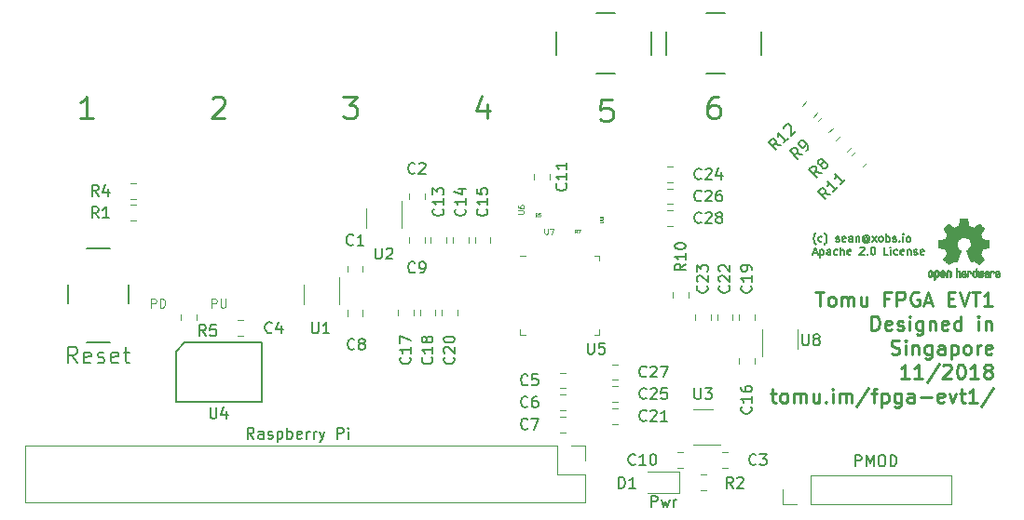
<source format=gto>
G04 #@! TF.GenerationSoftware,KiCad,Pcbnew,(5.0.0)*
G04 #@! TF.CreationDate,2018-11-02T19:45:53+08:00*
G04 #@! TF.ProjectId,tomu-fpga,746F6D752D667067612E6B696361645F,rev?*
G04 #@! TF.SameCoordinates,Original*
G04 #@! TF.FileFunction,Legend,Top*
G04 #@! TF.FilePolarity,Positive*
%FSLAX46Y46*%
G04 Gerber Fmt 4.6, Leading zero omitted, Abs format (unit mm)*
G04 Created by KiCad (PCBNEW (5.0.0)) date 11/02/18 19:45:53*
%MOMM*%
%LPD*%
G01*
G04 APERTURE LIST*
%ADD10C,0.150000*%
%ADD11C,0.250000*%
%ADD12C,0.200000*%
%ADD13C,0.100000*%
%ADD14C,0.120000*%
%ADD15C,0.010000*%
%ADD16C,0.050000*%
%ADD17C,0.075000*%
G04 APERTURE END LIST*
D10*
X97264166Y-55383333D02*
X97230833Y-55350000D01*
X97164166Y-55250000D01*
X97130833Y-55183333D01*
X97097500Y-55083333D01*
X97064166Y-54916666D01*
X97064166Y-54783333D01*
X97097500Y-54616666D01*
X97130833Y-54516666D01*
X97164166Y-54450000D01*
X97230833Y-54350000D01*
X97264166Y-54316666D01*
X97830833Y-55083333D02*
X97764166Y-55116666D01*
X97630833Y-55116666D01*
X97564166Y-55083333D01*
X97530833Y-55050000D01*
X97497500Y-54983333D01*
X97497500Y-54783333D01*
X97530833Y-54716666D01*
X97564166Y-54683333D01*
X97630833Y-54650000D01*
X97764166Y-54650000D01*
X97830833Y-54683333D01*
X98064166Y-55383333D02*
X98097500Y-55350000D01*
X98164166Y-55250000D01*
X98197500Y-55183333D01*
X98230833Y-55083333D01*
X98264166Y-54916666D01*
X98264166Y-54783333D01*
X98230833Y-54616666D01*
X98197500Y-54516666D01*
X98164166Y-54450000D01*
X98097500Y-54350000D01*
X98064166Y-54316666D01*
X99097500Y-55083333D02*
X99164166Y-55116666D01*
X99297500Y-55116666D01*
X99364166Y-55083333D01*
X99397500Y-55016666D01*
X99397500Y-54983333D01*
X99364166Y-54916666D01*
X99297500Y-54883333D01*
X99197500Y-54883333D01*
X99130833Y-54850000D01*
X99097500Y-54783333D01*
X99097500Y-54750000D01*
X99130833Y-54683333D01*
X99197500Y-54650000D01*
X99297500Y-54650000D01*
X99364166Y-54683333D01*
X99964166Y-55083333D02*
X99897500Y-55116666D01*
X99764166Y-55116666D01*
X99697500Y-55083333D01*
X99664166Y-55016666D01*
X99664166Y-54750000D01*
X99697500Y-54683333D01*
X99764166Y-54650000D01*
X99897500Y-54650000D01*
X99964166Y-54683333D01*
X99997500Y-54750000D01*
X99997500Y-54816666D01*
X99664166Y-54883333D01*
X100597500Y-55116666D02*
X100597500Y-54750000D01*
X100564166Y-54683333D01*
X100497500Y-54650000D01*
X100364166Y-54650000D01*
X100297500Y-54683333D01*
X100597500Y-55083333D02*
X100530833Y-55116666D01*
X100364166Y-55116666D01*
X100297500Y-55083333D01*
X100264166Y-55016666D01*
X100264166Y-54950000D01*
X100297500Y-54883333D01*
X100364166Y-54850000D01*
X100530833Y-54850000D01*
X100597500Y-54816666D01*
X100930833Y-54650000D02*
X100930833Y-55116666D01*
X100930833Y-54716666D02*
X100964166Y-54683333D01*
X101030833Y-54650000D01*
X101130833Y-54650000D01*
X101197500Y-54683333D01*
X101230833Y-54750000D01*
X101230833Y-55116666D01*
X101997500Y-54783333D02*
X101964166Y-54750000D01*
X101897500Y-54716666D01*
X101830833Y-54716666D01*
X101764166Y-54750000D01*
X101730833Y-54783333D01*
X101697500Y-54850000D01*
X101697500Y-54916666D01*
X101730833Y-54983333D01*
X101764166Y-55016666D01*
X101830833Y-55050000D01*
X101897500Y-55050000D01*
X101964166Y-55016666D01*
X101997500Y-54983333D01*
X101997500Y-54716666D02*
X101997500Y-54983333D01*
X102030833Y-55016666D01*
X102064166Y-55016666D01*
X102130833Y-54983333D01*
X102164166Y-54916666D01*
X102164166Y-54750000D01*
X102097500Y-54650000D01*
X101997500Y-54583333D01*
X101864166Y-54550000D01*
X101730833Y-54583333D01*
X101630833Y-54650000D01*
X101564166Y-54750000D01*
X101530833Y-54883333D01*
X101564166Y-55016666D01*
X101630833Y-55116666D01*
X101730833Y-55183333D01*
X101864166Y-55216666D01*
X101997500Y-55183333D01*
X102097500Y-55116666D01*
X102397500Y-55116666D02*
X102764166Y-54650000D01*
X102397500Y-54650000D02*
X102764166Y-55116666D01*
X103130833Y-55116666D02*
X103064166Y-55083333D01*
X103030833Y-55050000D01*
X102997500Y-54983333D01*
X102997500Y-54783333D01*
X103030833Y-54716666D01*
X103064166Y-54683333D01*
X103130833Y-54650000D01*
X103230833Y-54650000D01*
X103297500Y-54683333D01*
X103330833Y-54716666D01*
X103364166Y-54783333D01*
X103364166Y-54983333D01*
X103330833Y-55050000D01*
X103297500Y-55083333D01*
X103230833Y-55116666D01*
X103130833Y-55116666D01*
X103664166Y-55116666D02*
X103664166Y-54416666D01*
X103664166Y-54683333D02*
X103730833Y-54650000D01*
X103864166Y-54650000D01*
X103930833Y-54683333D01*
X103964166Y-54716666D01*
X103997500Y-54783333D01*
X103997500Y-54983333D01*
X103964166Y-55050000D01*
X103930833Y-55083333D01*
X103864166Y-55116666D01*
X103730833Y-55116666D01*
X103664166Y-55083333D01*
X104264166Y-55083333D02*
X104330833Y-55116666D01*
X104464166Y-55116666D01*
X104530833Y-55083333D01*
X104564166Y-55016666D01*
X104564166Y-54983333D01*
X104530833Y-54916666D01*
X104464166Y-54883333D01*
X104364166Y-54883333D01*
X104297500Y-54850000D01*
X104264166Y-54783333D01*
X104264166Y-54750000D01*
X104297500Y-54683333D01*
X104364166Y-54650000D01*
X104464166Y-54650000D01*
X104530833Y-54683333D01*
X104864166Y-55050000D02*
X104897500Y-55083333D01*
X104864166Y-55116666D01*
X104830833Y-55083333D01*
X104864166Y-55050000D01*
X104864166Y-55116666D01*
X105197500Y-55116666D02*
X105197500Y-54650000D01*
X105197500Y-54416666D02*
X105164166Y-54450000D01*
X105197500Y-54483333D01*
X105230833Y-54450000D01*
X105197500Y-54416666D01*
X105197500Y-54483333D01*
X105630833Y-55116666D02*
X105564166Y-55083333D01*
X105530833Y-55050000D01*
X105497500Y-54983333D01*
X105497500Y-54783333D01*
X105530833Y-54716666D01*
X105564166Y-54683333D01*
X105630833Y-54650000D01*
X105730833Y-54650000D01*
X105797500Y-54683333D01*
X105830833Y-54716666D01*
X105864166Y-54783333D01*
X105864166Y-54983333D01*
X105830833Y-55050000D01*
X105797500Y-55083333D01*
X105730833Y-55116666D01*
X105630833Y-55116666D01*
X97030833Y-56116666D02*
X97364166Y-56116666D01*
X96964166Y-56316666D02*
X97197500Y-55616666D01*
X97430833Y-56316666D01*
X97664166Y-55850000D02*
X97664166Y-56550000D01*
X97664166Y-55883333D02*
X97730833Y-55850000D01*
X97864166Y-55850000D01*
X97930833Y-55883333D01*
X97964166Y-55916666D01*
X97997500Y-55983333D01*
X97997500Y-56183333D01*
X97964166Y-56250000D01*
X97930833Y-56283333D01*
X97864166Y-56316666D01*
X97730833Y-56316666D01*
X97664166Y-56283333D01*
X98597500Y-56316666D02*
X98597500Y-55950000D01*
X98564166Y-55883333D01*
X98497500Y-55850000D01*
X98364166Y-55850000D01*
X98297500Y-55883333D01*
X98597500Y-56283333D02*
X98530833Y-56316666D01*
X98364166Y-56316666D01*
X98297500Y-56283333D01*
X98264166Y-56216666D01*
X98264166Y-56150000D01*
X98297500Y-56083333D01*
X98364166Y-56050000D01*
X98530833Y-56050000D01*
X98597500Y-56016666D01*
X99230833Y-56283333D02*
X99164166Y-56316666D01*
X99030833Y-56316666D01*
X98964166Y-56283333D01*
X98930833Y-56250000D01*
X98897500Y-56183333D01*
X98897500Y-55983333D01*
X98930833Y-55916666D01*
X98964166Y-55883333D01*
X99030833Y-55850000D01*
X99164166Y-55850000D01*
X99230833Y-55883333D01*
X99530833Y-56316666D02*
X99530833Y-55616666D01*
X99830833Y-56316666D02*
X99830833Y-55950000D01*
X99797500Y-55883333D01*
X99730833Y-55850000D01*
X99630833Y-55850000D01*
X99564166Y-55883333D01*
X99530833Y-55916666D01*
X100430833Y-56283333D02*
X100364166Y-56316666D01*
X100230833Y-56316666D01*
X100164166Y-56283333D01*
X100130833Y-56216666D01*
X100130833Y-55950000D01*
X100164166Y-55883333D01*
X100230833Y-55850000D01*
X100364166Y-55850000D01*
X100430833Y-55883333D01*
X100464166Y-55950000D01*
X100464166Y-56016666D01*
X100130833Y-56083333D01*
X101264166Y-55683333D02*
X101297500Y-55650000D01*
X101364166Y-55616666D01*
X101530833Y-55616666D01*
X101597500Y-55650000D01*
X101630833Y-55683333D01*
X101664166Y-55750000D01*
X101664166Y-55816666D01*
X101630833Y-55916666D01*
X101230833Y-56316666D01*
X101664166Y-56316666D01*
X101964166Y-56250000D02*
X101997500Y-56283333D01*
X101964166Y-56316666D01*
X101930833Y-56283333D01*
X101964166Y-56250000D01*
X101964166Y-56316666D01*
X102430833Y-55616666D02*
X102497500Y-55616666D01*
X102564166Y-55650000D01*
X102597500Y-55683333D01*
X102630833Y-55750000D01*
X102664166Y-55883333D01*
X102664166Y-56050000D01*
X102630833Y-56183333D01*
X102597500Y-56250000D01*
X102564166Y-56283333D01*
X102497500Y-56316666D01*
X102430833Y-56316666D01*
X102364166Y-56283333D01*
X102330833Y-56250000D01*
X102297500Y-56183333D01*
X102264166Y-56050000D01*
X102264166Y-55883333D01*
X102297500Y-55750000D01*
X102330833Y-55683333D01*
X102364166Y-55650000D01*
X102430833Y-55616666D01*
X103830833Y-56316666D02*
X103497500Y-56316666D01*
X103497500Y-55616666D01*
X104064166Y-56316666D02*
X104064166Y-55850000D01*
X104064166Y-55616666D02*
X104030833Y-55650000D01*
X104064166Y-55683333D01*
X104097500Y-55650000D01*
X104064166Y-55616666D01*
X104064166Y-55683333D01*
X104697500Y-56283333D02*
X104630833Y-56316666D01*
X104497500Y-56316666D01*
X104430833Y-56283333D01*
X104397500Y-56250000D01*
X104364166Y-56183333D01*
X104364166Y-55983333D01*
X104397500Y-55916666D01*
X104430833Y-55883333D01*
X104497500Y-55850000D01*
X104630833Y-55850000D01*
X104697500Y-55883333D01*
X105264166Y-56283333D02*
X105197500Y-56316666D01*
X105064166Y-56316666D01*
X104997500Y-56283333D01*
X104964166Y-56216666D01*
X104964166Y-55950000D01*
X104997500Y-55883333D01*
X105064166Y-55850000D01*
X105197500Y-55850000D01*
X105264166Y-55883333D01*
X105297500Y-55950000D01*
X105297500Y-56016666D01*
X104964166Y-56083333D01*
X105597500Y-55850000D02*
X105597500Y-56316666D01*
X105597500Y-55916666D02*
X105630833Y-55883333D01*
X105697500Y-55850000D01*
X105797500Y-55850000D01*
X105864166Y-55883333D01*
X105897500Y-55950000D01*
X105897500Y-56316666D01*
X106197500Y-56283333D02*
X106264166Y-56316666D01*
X106397500Y-56316666D01*
X106464166Y-56283333D01*
X106497500Y-56216666D01*
X106497500Y-56183333D01*
X106464166Y-56116666D01*
X106397500Y-56083333D01*
X106297500Y-56083333D01*
X106230833Y-56050000D01*
X106197500Y-55983333D01*
X106197500Y-55950000D01*
X106230833Y-55883333D01*
X106297500Y-55850000D01*
X106397500Y-55850000D01*
X106464166Y-55883333D01*
X107064166Y-56283333D02*
X106997500Y-56316666D01*
X106864166Y-56316666D01*
X106797500Y-56283333D01*
X106764166Y-56216666D01*
X106764166Y-55950000D01*
X106797500Y-55883333D01*
X106864166Y-55850000D01*
X106997500Y-55850000D01*
X107064166Y-55883333D01*
X107097500Y-55950000D01*
X107097500Y-56016666D01*
X106764166Y-56083333D01*
D11*
X97256547Y-59688095D02*
X97999404Y-59688095D01*
X97627976Y-60988095D02*
X97627976Y-59688095D01*
X98618452Y-60988095D02*
X98494642Y-60926190D01*
X98432738Y-60864285D01*
X98370833Y-60740476D01*
X98370833Y-60369047D01*
X98432738Y-60245238D01*
X98494642Y-60183333D01*
X98618452Y-60121428D01*
X98804166Y-60121428D01*
X98927976Y-60183333D01*
X98989880Y-60245238D01*
X99051785Y-60369047D01*
X99051785Y-60740476D01*
X98989880Y-60864285D01*
X98927976Y-60926190D01*
X98804166Y-60988095D01*
X98618452Y-60988095D01*
X99608928Y-60988095D02*
X99608928Y-60121428D01*
X99608928Y-60245238D02*
X99670833Y-60183333D01*
X99794642Y-60121428D01*
X99980357Y-60121428D01*
X100104166Y-60183333D01*
X100166071Y-60307142D01*
X100166071Y-60988095D01*
X100166071Y-60307142D02*
X100227976Y-60183333D01*
X100351785Y-60121428D01*
X100537500Y-60121428D01*
X100661309Y-60183333D01*
X100723214Y-60307142D01*
X100723214Y-60988095D01*
X101899404Y-60121428D02*
X101899404Y-60988095D01*
X101342261Y-60121428D02*
X101342261Y-60802380D01*
X101404166Y-60926190D01*
X101527976Y-60988095D01*
X101713690Y-60988095D01*
X101837500Y-60926190D01*
X101899404Y-60864285D01*
X103942261Y-60307142D02*
X103508928Y-60307142D01*
X103508928Y-60988095D02*
X103508928Y-59688095D01*
X104127976Y-59688095D01*
X104623214Y-60988095D02*
X104623214Y-59688095D01*
X105118452Y-59688095D01*
X105242261Y-59750000D01*
X105304166Y-59811904D01*
X105366071Y-59935714D01*
X105366071Y-60121428D01*
X105304166Y-60245238D01*
X105242261Y-60307142D01*
X105118452Y-60369047D01*
X104623214Y-60369047D01*
X106604166Y-59750000D02*
X106480357Y-59688095D01*
X106294642Y-59688095D01*
X106108928Y-59750000D01*
X105985119Y-59873809D01*
X105923214Y-59997619D01*
X105861309Y-60245238D01*
X105861309Y-60430952D01*
X105923214Y-60678571D01*
X105985119Y-60802380D01*
X106108928Y-60926190D01*
X106294642Y-60988095D01*
X106418452Y-60988095D01*
X106604166Y-60926190D01*
X106666071Y-60864285D01*
X106666071Y-60430952D01*
X106418452Y-60430952D01*
X107161309Y-60616666D02*
X107780357Y-60616666D01*
X107037500Y-60988095D02*
X107470833Y-59688095D01*
X107904166Y-60988095D01*
X109327976Y-60307142D02*
X109761309Y-60307142D01*
X109947023Y-60988095D02*
X109327976Y-60988095D01*
X109327976Y-59688095D01*
X109947023Y-59688095D01*
X110318452Y-59688095D02*
X110751785Y-60988095D01*
X111185119Y-59688095D01*
X111432738Y-59688095D02*
X112175595Y-59688095D01*
X111804166Y-60988095D02*
X111804166Y-59688095D01*
X113289880Y-60988095D02*
X112547023Y-60988095D01*
X112918452Y-60988095D02*
X112918452Y-59688095D01*
X112794642Y-59873809D01*
X112670833Y-59997619D01*
X112547023Y-60059523D01*
X102332738Y-63188095D02*
X102332738Y-61888095D01*
X102642261Y-61888095D01*
X102827976Y-61950000D01*
X102951785Y-62073809D01*
X103013690Y-62197619D01*
X103075595Y-62445238D01*
X103075595Y-62630952D01*
X103013690Y-62878571D01*
X102951785Y-63002380D01*
X102827976Y-63126190D01*
X102642261Y-63188095D01*
X102332738Y-63188095D01*
X104127976Y-63126190D02*
X104004166Y-63188095D01*
X103756547Y-63188095D01*
X103632738Y-63126190D01*
X103570833Y-63002380D01*
X103570833Y-62507142D01*
X103632738Y-62383333D01*
X103756547Y-62321428D01*
X104004166Y-62321428D01*
X104127976Y-62383333D01*
X104189880Y-62507142D01*
X104189880Y-62630952D01*
X103570833Y-62754761D01*
X104685119Y-63126190D02*
X104808928Y-63188095D01*
X105056547Y-63188095D01*
X105180357Y-63126190D01*
X105242261Y-63002380D01*
X105242261Y-62940476D01*
X105180357Y-62816666D01*
X105056547Y-62754761D01*
X104870833Y-62754761D01*
X104747023Y-62692857D01*
X104685119Y-62569047D01*
X104685119Y-62507142D01*
X104747023Y-62383333D01*
X104870833Y-62321428D01*
X105056547Y-62321428D01*
X105180357Y-62383333D01*
X105799404Y-63188095D02*
X105799404Y-62321428D01*
X105799404Y-61888095D02*
X105737500Y-61950000D01*
X105799404Y-62011904D01*
X105861309Y-61950000D01*
X105799404Y-61888095D01*
X105799404Y-62011904D01*
X106975595Y-62321428D02*
X106975595Y-63373809D01*
X106913690Y-63497619D01*
X106851785Y-63559523D01*
X106727976Y-63621428D01*
X106542261Y-63621428D01*
X106418452Y-63559523D01*
X106975595Y-63126190D02*
X106851785Y-63188095D01*
X106604166Y-63188095D01*
X106480357Y-63126190D01*
X106418452Y-63064285D01*
X106356547Y-62940476D01*
X106356547Y-62569047D01*
X106418452Y-62445238D01*
X106480357Y-62383333D01*
X106604166Y-62321428D01*
X106851785Y-62321428D01*
X106975595Y-62383333D01*
X107594642Y-62321428D02*
X107594642Y-63188095D01*
X107594642Y-62445238D02*
X107656547Y-62383333D01*
X107780357Y-62321428D01*
X107966071Y-62321428D01*
X108089880Y-62383333D01*
X108151785Y-62507142D01*
X108151785Y-63188095D01*
X109266071Y-63126190D02*
X109142261Y-63188095D01*
X108894642Y-63188095D01*
X108770833Y-63126190D01*
X108708928Y-63002380D01*
X108708928Y-62507142D01*
X108770833Y-62383333D01*
X108894642Y-62321428D01*
X109142261Y-62321428D01*
X109266071Y-62383333D01*
X109327976Y-62507142D01*
X109327976Y-62630952D01*
X108708928Y-62754761D01*
X110442261Y-63188095D02*
X110442261Y-61888095D01*
X110442261Y-63126190D02*
X110318452Y-63188095D01*
X110070833Y-63188095D01*
X109947023Y-63126190D01*
X109885119Y-63064285D01*
X109823214Y-62940476D01*
X109823214Y-62569047D01*
X109885119Y-62445238D01*
X109947023Y-62383333D01*
X110070833Y-62321428D01*
X110318452Y-62321428D01*
X110442261Y-62383333D01*
X112051785Y-63188095D02*
X112051785Y-62321428D01*
X112051785Y-61888095D02*
X111989880Y-61950000D01*
X112051785Y-62011904D01*
X112113690Y-61950000D01*
X112051785Y-61888095D01*
X112051785Y-62011904D01*
X112670833Y-62321428D02*
X112670833Y-63188095D01*
X112670833Y-62445238D02*
X112732738Y-62383333D01*
X112856547Y-62321428D01*
X113042261Y-62321428D01*
X113166071Y-62383333D01*
X113227976Y-62507142D01*
X113227976Y-63188095D01*
X104127976Y-65326190D02*
X104313690Y-65388095D01*
X104623214Y-65388095D01*
X104747023Y-65326190D01*
X104808928Y-65264285D01*
X104870833Y-65140476D01*
X104870833Y-65016666D01*
X104808928Y-64892857D01*
X104747023Y-64830952D01*
X104623214Y-64769047D01*
X104375595Y-64707142D01*
X104251785Y-64645238D01*
X104189880Y-64583333D01*
X104127976Y-64459523D01*
X104127976Y-64335714D01*
X104189880Y-64211904D01*
X104251785Y-64150000D01*
X104375595Y-64088095D01*
X104685119Y-64088095D01*
X104870833Y-64150000D01*
X105427976Y-65388095D02*
X105427976Y-64521428D01*
X105427976Y-64088095D02*
X105366071Y-64150000D01*
X105427976Y-64211904D01*
X105489880Y-64150000D01*
X105427976Y-64088095D01*
X105427976Y-64211904D01*
X106047023Y-64521428D02*
X106047023Y-65388095D01*
X106047023Y-64645238D02*
X106108928Y-64583333D01*
X106232738Y-64521428D01*
X106418452Y-64521428D01*
X106542261Y-64583333D01*
X106604166Y-64707142D01*
X106604166Y-65388095D01*
X107780357Y-64521428D02*
X107780357Y-65573809D01*
X107718452Y-65697619D01*
X107656547Y-65759523D01*
X107532738Y-65821428D01*
X107347023Y-65821428D01*
X107223214Y-65759523D01*
X107780357Y-65326190D02*
X107656547Y-65388095D01*
X107408928Y-65388095D01*
X107285119Y-65326190D01*
X107223214Y-65264285D01*
X107161309Y-65140476D01*
X107161309Y-64769047D01*
X107223214Y-64645238D01*
X107285119Y-64583333D01*
X107408928Y-64521428D01*
X107656547Y-64521428D01*
X107780357Y-64583333D01*
X108956547Y-65388095D02*
X108956547Y-64707142D01*
X108894642Y-64583333D01*
X108770833Y-64521428D01*
X108523214Y-64521428D01*
X108399404Y-64583333D01*
X108956547Y-65326190D02*
X108832738Y-65388095D01*
X108523214Y-65388095D01*
X108399404Y-65326190D01*
X108337500Y-65202380D01*
X108337500Y-65078571D01*
X108399404Y-64954761D01*
X108523214Y-64892857D01*
X108832738Y-64892857D01*
X108956547Y-64830952D01*
X109575595Y-64521428D02*
X109575595Y-65821428D01*
X109575595Y-64583333D02*
X109699404Y-64521428D01*
X109947023Y-64521428D01*
X110070833Y-64583333D01*
X110132738Y-64645238D01*
X110194642Y-64769047D01*
X110194642Y-65140476D01*
X110132738Y-65264285D01*
X110070833Y-65326190D01*
X109947023Y-65388095D01*
X109699404Y-65388095D01*
X109575595Y-65326190D01*
X110937500Y-65388095D02*
X110813690Y-65326190D01*
X110751785Y-65264285D01*
X110689880Y-65140476D01*
X110689880Y-64769047D01*
X110751785Y-64645238D01*
X110813690Y-64583333D01*
X110937500Y-64521428D01*
X111123214Y-64521428D01*
X111247023Y-64583333D01*
X111308928Y-64645238D01*
X111370833Y-64769047D01*
X111370833Y-65140476D01*
X111308928Y-65264285D01*
X111247023Y-65326190D01*
X111123214Y-65388095D01*
X110937500Y-65388095D01*
X111927976Y-65388095D02*
X111927976Y-64521428D01*
X111927976Y-64769047D02*
X111989880Y-64645238D01*
X112051785Y-64583333D01*
X112175595Y-64521428D01*
X112299404Y-64521428D01*
X113227976Y-65326190D02*
X113104166Y-65388095D01*
X112856547Y-65388095D01*
X112732738Y-65326190D01*
X112670833Y-65202380D01*
X112670833Y-64707142D01*
X112732738Y-64583333D01*
X112856547Y-64521428D01*
X113104166Y-64521428D01*
X113227976Y-64583333D01*
X113289880Y-64707142D01*
X113289880Y-64830952D01*
X112670833Y-64954761D01*
X105737500Y-67588095D02*
X104994642Y-67588095D01*
X105366071Y-67588095D02*
X105366071Y-66288095D01*
X105242261Y-66473809D01*
X105118452Y-66597619D01*
X104994642Y-66659523D01*
X106975595Y-67588095D02*
X106232738Y-67588095D01*
X106604166Y-67588095D02*
X106604166Y-66288095D01*
X106480357Y-66473809D01*
X106356547Y-66597619D01*
X106232738Y-66659523D01*
X108461309Y-66226190D02*
X107347023Y-67897619D01*
X108832738Y-66411904D02*
X108894642Y-66350000D01*
X109018452Y-66288095D01*
X109327976Y-66288095D01*
X109451785Y-66350000D01*
X109513690Y-66411904D01*
X109575595Y-66535714D01*
X109575595Y-66659523D01*
X109513690Y-66845238D01*
X108770833Y-67588095D01*
X109575595Y-67588095D01*
X110380357Y-66288095D02*
X110504166Y-66288095D01*
X110627976Y-66350000D01*
X110689880Y-66411904D01*
X110751785Y-66535714D01*
X110813690Y-66783333D01*
X110813690Y-67092857D01*
X110751785Y-67340476D01*
X110689880Y-67464285D01*
X110627976Y-67526190D01*
X110504166Y-67588095D01*
X110380357Y-67588095D01*
X110256547Y-67526190D01*
X110194642Y-67464285D01*
X110132738Y-67340476D01*
X110070833Y-67092857D01*
X110070833Y-66783333D01*
X110132738Y-66535714D01*
X110194642Y-66411904D01*
X110256547Y-66350000D01*
X110380357Y-66288095D01*
X112051785Y-67588095D02*
X111308928Y-67588095D01*
X111680357Y-67588095D02*
X111680357Y-66288095D01*
X111556547Y-66473809D01*
X111432738Y-66597619D01*
X111308928Y-66659523D01*
X112794642Y-66845238D02*
X112670833Y-66783333D01*
X112608928Y-66721428D01*
X112547023Y-66597619D01*
X112547023Y-66535714D01*
X112608928Y-66411904D01*
X112670833Y-66350000D01*
X112794642Y-66288095D01*
X113042261Y-66288095D01*
X113166071Y-66350000D01*
X113227976Y-66411904D01*
X113289880Y-66535714D01*
X113289880Y-66597619D01*
X113227976Y-66721428D01*
X113166071Y-66783333D01*
X113042261Y-66845238D01*
X112794642Y-66845238D01*
X112670833Y-66907142D01*
X112608928Y-66969047D01*
X112547023Y-67092857D01*
X112547023Y-67340476D01*
X112608928Y-67464285D01*
X112670833Y-67526190D01*
X112794642Y-67588095D01*
X113042261Y-67588095D01*
X113166071Y-67526190D01*
X113227976Y-67464285D01*
X113289880Y-67340476D01*
X113289880Y-67092857D01*
X113227976Y-66969047D01*
X113166071Y-66907142D01*
X113042261Y-66845238D01*
X93170833Y-68921428D02*
X93666071Y-68921428D01*
X93356547Y-68488095D02*
X93356547Y-69602380D01*
X93418452Y-69726190D01*
X93542261Y-69788095D01*
X93666071Y-69788095D01*
X94285119Y-69788095D02*
X94161309Y-69726190D01*
X94099404Y-69664285D01*
X94037500Y-69540476D01*
X94037500Y-69169047D01*
X94099404Y-69045238D01*
X94161309Y-68983333D01*
X94285119Y-68921428D01*
X94470833Y-68921428D01*
X94594642Y-68983333D01*
X94656547Y-69045238D01*
X94718452Y-69169047D01*
X94718452Y-69540476D01*
X94656547Y-69664285D01*
X94594642Y-69726190D01*
X94470833Y-69788095D01*
X94285119Y-69788095D01*
X95275595Y-69788095D02*
X95275595Y-68921428D01*
X95275595Y-69045238D02*
X95337500Y-68983333D01*
X95461309Y-68921428D01*
X95647023Y-68921428D01*
X95770833Y-68983333D01*
X95832738Y-69107142D01*
X95832738Y-69788095D01*
X95832738Y-69107142D02*
X95894642Y-68983333D01*
X96018452Y-68921428D01*
X96204166Y-68921428D01*
X96327976Y-68983333D01*
X96389880Y-69107142D01*
X96389880Y-69788095D01*
X97566071Y-68921428D02*
X97566071Y-69788095D01*
X97008928Y-68921428D02*
X97008928Y-69602380D01*
X97070833Y-69726190D01*
X97194642Y-69788095D01*
X97380357Y-69788095D01*
X97504166Y-69726190D01*
X97566071Y-69664285D01*
X98185119Y-69664285D02*
X98247023Y-69726190D01*
X98185119Y-69788095D01*
X98123214Y-69726190D01*
X98185119Y-69664285D01*
X98185119Y-69788095D01*
X98804166Y-69788095D02*
X98804166Y-68921428D01*
X98804166Y-68488095D02*
X98742261Y-68550000D01*
X98804166Y-68611904D01*
X98866071Y-68550000D01*
X98804166Y-68488095D01*
X98804166Y-68611904D01*
X99423214Y-69788095D02*
X99423214Y-68921428D01*
X99423214Y-69045238D02*
X99485119Y-68983333D01*
X99608928Y-68921428D01*
X99794642Y-68921428D01*
X99918452Y-68983333D01*
X99980357Y-69107142D01*
X99980357Y-69788095D01*
X99980357Y-69107142D02*
X100042261Y-68983333D01*
X100166071Y-68921428D01*
X100351785Y-68921428D01*
X100475595Y-68983333D01*
X100537500Y-69107142D01*
X100537500Y-69788095D01*
X102085119Y-68426190D02*
X100970833Y-70097619D01*
X102332738Y-68921428D02*
X102827976Y-68921428D01*
X102518452Y-69788095D02*
X102518452Y-68673809D01*
X102580357Y-68550000D01*
X102704166Y-68488095D01*
X102827976Y-68488095D01*
X103261309Y-68921428D02*
X103261309Y-70221428D01*
X103261309Y-68983333D02*
X103385119Y-68921428D01*
X103632738Y-68921428D01*
X103756547Y-68983333D01*
X103818452Y-69045238D01*
X103880357Y-69169047D01*
X103880357Y-69540476D01*
X103818452Y-69664285D01*
X103756547Y-69726190D01*
X103632738Y-69788095D01*
X103385119Y-69788095D01*
X103261309Y-69726190D01*
X104994642Y-68921428D02*
X104994642Y-69973809D01*
X104932738Y-70097619D01*
X104870833Y-70159523D01*
X104747023Y-70221428D01*
X104561309Y-70221428D01*
X104437500Y-70159523D01*
X104994642Y-69726190D02*
X104870833Y-69788095D01*
X104623214Y-69788095D01*
X104499404Y-69726190D01*
X104437500Y-69664285D01*
X104375595Y-69540476D01*
X104375595Y-69169047D01*
X104437500Y-69045238D01*
X104499404Y-68983333D01*
X104623214Y-68921428D01*
X104870833Y-68921428D01*
X104994642Y-68983333D01*
X106170833Y-69788095D02*
X106170833Y-69107142D01*
X106108928Y-68983333D01*
X105985119Y-68921428D01*
X105737500Y-68921428D01*
X105613690Y-68983333D01*
X106170833Y-69726190D02*
X106047023Y-69788095D01*
X105737500Y-69788095D01*
X105613690Y-69726190D01*
X105551785Y-69602380D01*
X105551785Y-69478571D01*
X105613690Y-69354761D01*
X105737500Y-69292857D01*
X106047023Y-69292857D01*
X106170833Y-69230952D01*
X106789880Y-69292857D02*
X107780357Y-69292857D01*
X108894642Y-69726190D02*
X108770833Y-69788095D01*
X108523214Y-69788095D01*
X108399404Y-69726190D01*
X108337500Y-69602380D01*
X108337500Y-69107142D01*
X108399404Y-68983333D01*
X108523214Y-68921428D01*
X108770833Y-68921428D01*
X108894642Y-68983333D01*
X108956547Y-69107142D01*
X108956547Y-69230952D01*
X108337500Y-69354761D01*
X109389880Y-68921428D02*
X109699404Y-69788095D01*
X110008928Y-68921428D01*
X110318452Y-68921428D02*
X110813690Y-68921428D01*
X110504166Y-68488095D02*
X110504166Y-69602380D01*
X110566071Y-69726190D01*
X110689880Y-69788095D01*
X110813690Y-69788095D01*
X111927976Y-69788095D02*
X111185119Y-69788095D01*
X111556547Y-69788095D02*
X111556547Y-68488095D01*
X111432738Y-68673809D01*
X111308928Y-68797619D01*
X111185119Y-68859523D01*
X113413690Y-68426190D02*
X112299404Y-70097619D01*
D12*
X46200000Y-73052380D02*
X45866666Y-72576190D01*
X45628571Y-73052380D02*
X45628571Y-72052380D01*
X46009523Y-72052380D01*
X46104761Y-72100000D01*
X46152380Y-72147619D01*
X46200000Y-72242857D01*
X46200000Y-72385714D01*
X46152380Y-72480952D01*
X46104761Y-72528571D01*
X46009523Y-72576190D01*
X45628571Y-72576190D01*
X47057142Y-73052380D02*
X47057142Y-72528571D01*
X47009523Y-72433333D01*
X46914285Y-72385714D01*
X46723809Y-72385714D01*
X46628571Y-72433333D01*
X47057142Y-73004761D02*
X46961904Y-73052380D01*
X46723809Y-73052380D01*
X46628571Y-73004761D01*
X46580952Y-72909523D01*
X46580952Y-72814285D01*
X46628571Y-72719047D01*
X46723809Y-72671428D01*
X46961904Y-72671428D01*
X47057142Y-72623809D01*
X47485714Y-73004761D02*
X47580952Y-73052380D01*
X47771428Y-73052380D01*
X47866666Y-73004761D01*
X47914285Y-72909523D01*
X47914285Y-72861904D01*
X47866666Y-72766666D01*
X47771428Y-72719047D01*
X47628571Y-72719047D01*
X47533333Y-72671428D01*
X47485714Y-72576190D01*
X47485714Y-72528571D01*
X47533333Y-72433333D01*
X47628571Y-72385714D01*
X47771428Y-72385714D01*
X47866666Y-72433333D01*
X48342857Y-72385714D02*
X48342857Y-73385714D01*
X48342857Y-72433333D02*
X48438095Y-72385714D01*
X48628571Y-72385714D01*
X48723809Y-72433333D01*
X48771428Y-72480952D01*
X48819047Y-72576190D01*
X48819047Y-72861904D01*
X48771428Y-72957142D01*
X48723809Y-73004761D01*
X48628571Y-73052380D01*
X48438095Y-73052380D01*
X48342857Y-73004761D01*
X49247619Y-73052380D02*
X49247619Y-72052380D01*
X49247619Y-72433333D02*
X49342857Y-72385714D01*
X49533333Y-72385714D01*
X49628571Y-72433333D01*
X49676190Y-72480952D01*
X49723809Y-72576190D01*
X49723809Y-72861904D01*
X49676190Y-72957142D01*
X49628571Y-73004761D01*
X49533333Y-73052380D01*
X49342857Y-73052380D01*
X49247619Y-73004761D01*
X50533333Y-73004761D02*
X50438095Y-73052380D01*
X50247619Y-73052380D01*
X50152380Y-73004761D01*
X50104761Y-72909523D01*
X50104761Y-72528571D01*
X50152380Y-72433333D01*
X50247619Y-72385714D01*
X50438095Y-72385714D01*
X50533333Y-72433333D01*
X50580952Y-72528571D01*
X50580952Y-72623809D01*
X50104761Y-72719047D01*
X51009523Y-73052380D02*
X51009523Y-72385714D01*
X51009523Y-72576190D02*
X51057142Y-72480952D01*
X51104761Y-72433333D01*
X51200000Y-72385714D01*
X51295238Y-72385714D01*
X51628571Y-73052380D02*
X51628571Y-72385714D01*
X51628571Y-72576190D02*
X51676190Y-72480952D01*
X51723809Y-72433333D01*
X51819047Y-72385714D01*
X51914285Y-72385714D01*
X52152380Y-72385714D02*
X52390476Y-73052380D01*
X52628571Y-72385714D02*
X52390476Y-73052380D01*
X52295238Y-73290476D01*
X52247619Y-73338095D01*
X52152380Y-73385714D01*
X53771428Y-73052380D02*
X53771428Y-72052380D01*
X54152380Y-72052380D01*
X54247619Y-72100000D01*
X54295238Y-72147619D01*
X54342857Y-72242857D01*
X54342857Y-72385714D01*
X54295238Y-72480952D01*
X54247619Y-72528571D01*
X54152380Y-72576190D01*
X53771428Y-72576190D01*
X54771428Y-73052380D02*
X54771428Y-72385714D01*
X54771428Y-72052380D02*
X54723809Y-72100000D01*
X54771428Y-72147619D01*
X54819047Y-72100000D01*
X54771428Y-72052380D01*
X54771428Y-72147619D01*
X100842857Y-75552380D02*
X100842857Y-74552380D01*
X101223809Y-74552380D01*
X101319047Y-74600000D01*
X101366666Y-74647619D01*
X101414285Y-74742857D01*
X101414285Y-74885714D01*
X101366666Y-74980952D01*
X101319047Y-75028571D01*
X101223809Y-75076190D01*
X100842857Y-75076190D01*
X101842857Y-75552380D02*
X101842857Y-74552380D01*
X102176190Y-75266666D01*
X102509523Y-74552380D01*
X102509523Y-75552380D01*
X103176190Y-74552380D02*
X103366666Y-74552380D01*
X103461904Y-74600000D01*
X103557142Y-74695238D01*
X103604761Y-74885714D01*
X103604761Y-75219047D01*
X103557142Y-75409523D01*
X103461904Y-75504761D01*
X103366666Y-75552380D01*
X103176190Y-75552380D01*
X103080952Y-75504761D01*
X102985714Y-75409523D01*
X102938095Y-75219047D01*
X102938095Y-74885714D01*
X102985714Y-74695238D01*
X103080952Y-74600000D01*
X103176190Y-74552380D01*
X104033333Y-75552380D02*
X104033333Y-74552380D01*
X104271428Y-74552380D01*
X104414285Y-74600000D01*
X104509523Y-74695238D01*
X104557142Y-74790476D01*
X104604761Y-74980952D01*
X104604761Y-75123809D01*
X104557142Y-75314285D01*
X104509523Y-75409523D01*
X104414285Y-75504761D01*
X104271428Y-75552380D01*
X104033333Y-75552380D01*
D10*
X82304761Y-79252380D02*
X82304761Y-78252380D01*
X82685714Y-78252380D01*
X82780952Y-78300000D01*
X82828571Y-78347619D01*
X82876190Y-78442857D01*
X82876190Y-78585714D01*
X82828571Y-78680952D01*
X82780952Y-78728571D01*
X82685714Y-78776190D01*
X82304761Y-78776190D01*
X83209523Y-78585714D02*
X83400000Y-79252380D01*
X83590476Y-78776190D01*
X83780952Y-79252380D01*
X83971428Y-78585714D01*
X84352380Y-79252380D02*
X84352380Y-78585714D01*
X84352380Y-78776190D02*
X84400000Y-78680952D01*
X84447619Y-78633333D01*
X84542857Y-78585714D01*
X84638095Y-78585714D01*
D11*
X88380952Y-41904761D02*
X88000000Y-41904761D01*
X87809523Y-42000000D01*
X87714285Y-42095238D01*
X87523809Y-42380952D01*
X87428571Y-42761904D01*
X87428571Y-43523809D01*
X87523809Y-43714285D01*
X87619047Y-43809523D01*
X87809523Y-43904761D01*
X88190476Y-43904761D01*
X88380952Y-43809523D01*
X88476190Y-43714285D01*
X88571428Y-43523809D01*
X88571428Y-43047619D01*
X88476190Y-42857142D01*
X88380952Y-42761904D01*
X88190476Y-42666666D01*
X87809523Y-42666666D01*
X87619047Y-42761904D01*
X87523809Y-42857142D01*
X87428571Y-43047619D01*
X78726190Y-42154761D02*
X77773809Y-42154761D01*
X77678571Y-43107142D01*
X77773809Y-43011904D01*
X77964285Y-42916666D01*
X78440476Y-42916666D01*
X78630952Y-43011904D01*
X78726190Y-43107142D01*
X78821428Y-43297619D01*
X78821428Y-43773809D01*
X78726190Y-43964285D01*
X78630952Y-44059523D01*
X78440476Y-44154761D01*
X77964285Y-44154761D01*
X77773809Y-44059523D01*
X77678571Y-43964285D01*
D12*
X30142857Y-66178571D02*
X29642857Y-65464285D01*
X29285714Y-66178571D02*
X29285714Y-64678571D01*
X29857142Y-64678571D01*
X30000000Y-64750000D01*
X30071428Y-64821428D01*
X30142857Y-64964285D01*
X30142857Y-65178571D01*
X30071428Y-65321428D01*
X30000000Y-65392857D01*
X29857142Y-65464285D01*
X29285714Y-65464285D01*
X31357142Y-66107142D02*
X31214285Y-66178571D01*
X30928571Y-66178571D01*
X30785714Y-66107142D01*
X30714285Y-65964285D01*
X30714285Y-65392857D01*
X30785714Y-65250000D01*
X30928571Y-65178571D01*
X31214285Y-65178571D01*
X31357142Y-65250000D01*
X31428571Y-65392857D01*
X31428571Y-65535714D01*
X30714285Y-65678571D01*
X32000000Y-66107142D02*
X32142857Y-66178571D01*
X32428571Y-66178571D01*
X32571428Y-66107142D01*
X32642857Y-65964285D01*
X32642857Y-65892857D01*
X32571428Y-65750000D01*
X32428571Y-65678571D01*
X32214285Y-65678571D01*
X32071428Y-65607142D01*
X32000000Y-65464285D01*
X32000000Y-65392857D01*
X32071428Y-65250000D01*
X32214285Y-65178571D01*
X32428571Y-65178571D01*
X32571428Y-65250000D01*
X33857142Y-66107142D02*
X33714285Y-66178571D01*
X33428571Y-66178571D01*
X33285714Y-66107142D01*
X33214285Y-65964285D01*
X33214285Y-65392857D01*
X33285714Y-65250000D01*
X33428571Y-65178571D01*
X33714285Y-65178571D01*
X33857142Y-65250000D01*
X33928571Y-65392857D01*
X33928571Y-65535714D01*
X33214285Y-65678571D01*
X34357142Y-65178571D02*
X34928571Y-65178571D01*
X34571428Y-64678571D02*
X34571428Y-65964285D01*
X34642857Y-66107142D01*
X34785714Y-66178571D01*
X34928571Y-66178571D01*
D13*
X42371428Y-61111904D02*
X42371428Y-60311904D01*
X42676190Y-60311904D01*
X42752380Y-60350000D01*
X42790476Y-60388095D01*
X42828571Y-60464285D01*
X42828571Y-60578571D01*
X42790476Y-60654761D01*
X42752380Y-60692857D01*
X42676190Y-60730952D01*
X42371428Y-60730952D01*
X43171428Y-60311904D02*
X43171428Y-60959523D01*
X43209523Y-61035714D01*
X43247619Y-61073809D01*
X43323809Y-61111904D01*
X43476190Y-61111904D01*
X43552380Y-61073809D01*
X43590476Y-61035714D01*
X43628571Y-60959523D01*
X43628571Y-60311904D01*
X36890476Y-61111904D02*
X36890476Y-60311904D01*
X37195238Y-60311904D01*
X37271428Y-60350000D01*
X37309523Y-60388095D01*
X37347619Y-60464285D01*
X37347619Y-60578571D01*
X37309523Y-60654761D01*
X37271428Y-60692857D01*
X37195238Y-60730952D01*
X36890476Y-60730952D01*
X37690476Y-61111904D02*
X37690476Y-60311904D01*
X37880952Y-60311904D01*
X37995238Y-60350000D01*
X38071428Y-60426190D01*
X38109523Y-60502380D01*
X38147619Y-60654761D01*
X38147619Y-60769047D01*
X38109523Y-60921428D01*
X38071428Y-60997619D01*
X37995238Y-61073809D01*
X37880952Y-61111904D01*
X37690476Y-61111904D01*
D12*
G04 #@! TO.C,SW3*
X89000000Y-39800000D02*
X87300000Y-39800000D01*
X83700000Y-36000000D02*
X83700000Y-38100000D01*
X89000000Y-34300000D02*
X87300000Y-34300000D01*
X92300000Y-36000000D02*
X92300000Y-38100000D01*
D14*
G04 #@! TO.C,J3*
X94230000Y-79030000D02*
X94230000Y-77700000D01*
X95560000Y-79030000D02*
X94230000Y-79030000D01*
X96830000Y-79030000D02*
X96830000Y-76370000D01*
X96830000Y-76370000D02*
X109590000Y-76370000D01*
X96830000Y-79030000D02*
X109590000Y-79030000D01*
X109590000Y-79030000D02*
X109590000Y-76370000D01*
G04 #@! TO.C,C27*
X78738748Y-66290000D02*
X79261252Y-66290000D01*
X78738748Y-67710000D02*
X79261252Y-67710000D01*
G04 #@! TO.C,C26*
X83738748Y-51710000D02*
X84261252Y-51710000D01*
X83738748Y-50290000D02*
X84261252Y-50290000D01*
G04 #@! TO.C,C25*
X78738748Y-68290000D02*
X79261252Y-68290000D01*
X78738748Y-69710000D02*
X79261252Y-69710000D01*
G04 #@! TO.C,C24*
X83738748Y-49710000D02*
X84261252Y-49710000D01*
X83738748Y-48290000D02*
X84261252Y-48290000D01*
G04 #@! TO.C,C23*
X87710000Y-61738748D02*
X87710000Y-62261252D01*
X86290000Y-61738748D02*
X86290000Y-62261252D01*
G04 #@! TO.C,C22*
X89710000Y-62286252D02*
X89710000Y-61763748D01*
X88290000Y-62286252D02*
X88290000Y-61763748D01*
G04 #@! TO.C,C21*
X78738748Y-70290000D02*
X79261252Y-70290000D01*
X78738748Y-71710000D02*
X79261252Y-71710000D01*
G04 #@! TO.C,C20*
X64710000Y-61861252D02*
X64710000Y-61338748D01*
X63290000Y-61861252D02*
X63290000Y-61338748D01*
G04 #@! TO.C,C19*
X91710000Y-61763748D02*
X91710000Y-62286252D01*
X90290000Y-61763748D02*
X90290000Y-62286252D01*
G04 #@! TO.C,C18*
X62710000Y-61861252D02*
X62710000Y-61338748D01*
X61290000Y-61861252D02*
X61290000Y-61338748D01*
G04 #@! TO.C,C17*
X59290000Y-61861252D02*
X59290000Y-61338748D01*
X60710000Y-61861252D02*
X60710000Y-61338748D01*
G04 #@! TO.C,C16*
X91710000Y-66261252D02*
X91710000Y-65738748D01*
X90290000Y-66261252D02*
X90290000Y-65738748D01*
G04 #@! TO.C,C14*
X64290000Y-55261252D02*
X64290000Y-54738748D01*
X65710000Y-55261252D02*
X65710000Y-54738748D01*
G04 #@! TO.C,C15*
X67710000Y-55261252D02*
X67710000Y-54738748D01*
X66290000Y-55261252D02*
X66290000Y-54738748D01*
G04 #@! TO.C,C13*
X62290000Y-55261252D02*
X62290000Y-54738748D01*
X63710000Y-55261252D02*
X63710000Y-54738748D01*
G04 #@! TO.C,C11*
X71690000Y-48938748D02*
X71690000Y-49461252D01*
X73110000Y-48938748D02*
X73110000Y-49461252D01*
G04 #@! TO.C,C10*
X84688748Y-74290000D02*
X85211252Y-74290000D01*
X84688748Y-75710000D02*
X85211252Y-75710000D01*
G04 #@! TO.C,C9*
X61710000Y-55261252D02*
X61710000Y-54738748D01*
X60290000Y-55261252D02*
X60290000Y-54738748D01*
G04 #@! TO.C,C8*
X54690000Y-61886252D02*
X54690000Y-61363748D01*
X56110000Y-61886252D02*
X56110000Y-61363748D01*
G04 #@! TO.C,C7*
X74511252Y-71040000D02*
X73988748Y-71040000D01*
X74511252Y-72460000D02*
X73988748Y-72460000D01*
G04 #@! TO.C,C6*
X74511252Y-70460000D02*
X73988748Y-70460000D01*
X74511252Y-69040000D02*
X73988748Y-69040000D01*
G04 #@! TO.C,C5*
X74511252Y-67040000D02*
X73988748Y-67040000D01*
X74511252Y-68460000D02*
X73988748Y-68460000D01*
G04 #@! TO.C,C4*
X45261252Y-63710000D02*
X44738748Y-63710000D01*
X45261252Y-62290000D02*
X44738748Y-62290000D01*
G04 #@! TO.C,C3*
X89236252Y-74290000D02*
X88713748Y-74290000D01*
X89236252Y-75710000D02*
X88713748Y-75710000D01*
G04 #@! TO.C,C2*
X61710000Y-50738748D02*
X61710000Y-51261252D01*
X60290000Y-50738748D02*
X60290000Y-51261252D01*
G04 #@! TO.C,C1*
X54690000Y-57313748D02*
X54690000Y-57836252D01*
X56110000Y-57313748D02*
X56110000Y-57836252D01*
G04 #@! TO.C,C28*
X83738748Y-52290000D02*
X84261252Y-52290000D01*
X83738748Y-53710000D02*
X84261252Y-53710000D01*
G04 #@! TO.C,D1*
X82000000Y-77960000D02*
X84860000Y-77960000D01*
X84860000Y-77960000D02*
X84860000Y-76040000D01*
X84860000Y-76040000D02*
X82000000Y-76040000D01*
G04 #@! TO.C,J1*
X25410000Y-73670000D02*
X25410000Y-78870000D01*
X73730000Y-73670000D02*
X25410000Y-73670000D01*
X76330000Y-78870000D02*
X25410000Y-78870000D01*
X73730000Y-73670000D02*
X73730000Y-76270000D01*
X73730000Y-76270000D02*
X76330000Y-76270000D01*
X76330000Y-76270000D02*
X76330000Y-78870000D01*
X75000000Y-73670000D02*
X76330000Y-73670000D01*
X76330000Y-73670000D02*
X76330000Y-75000000D01*
G04 #@! TO.C,U5*
X77135000Y-56390000D02*
X77610000Y-56390000D01*
X77610000Y-56390000D02*
X77610000Y-56865000D01*
X70865000Y-63610000D02*
X70390000Y-63610000D01*
X70390000Y-63610000D02*
X70390000Y-63135000D01*
X77135000Y-63610000D02*
X77610000Y-63610000D01*
X77610000Y-63610000D02*
X77610000Y-63135000D01*
X70865000Y-56390000D02*
X70390000Y-56390000D01*
G04 #@! TO.C,R10*
X84290000Y-60261252D02*
X84290000Y-59738748D01*
X85710000Y-60261252D02*
X85710000Y-59738748D01*
G04 #@! TO.C,R5*
X40960000Y-62261252D02*
X40960000Y-61738748D01*
X39540000Y-62261252D02*
X39540000Y-61738748D01*
G04 #@! TO.C,R4*
X34963748Y-49790000D02*
X35486252Y-49790000D01*
X34963748Y-51210000D02*
X35486252Y-51210000D01*
G04 #@! TO.C,R8*
X100117313Y-46886779D02*
X100486779Y-46517313D01*
X99113221Y-45882687D02*
X99482687Y-45513221D01*
G04 #@! TO.C,R11*
X100513221Y-47282687D02*
X100882687Y-46913221D01*
X101517313Y-48286779D02*
X101886779Y-47917313D01*
G04 #@! TO.C,R12*
X97042097Y-43761995D02*
X97411563Y-43392529D01*
X96038005Y-42757903D02*
X96407471Y-42388437D01*
G04 #@! TO.C,R1*
X34988748Y-51790000D02*
X35511252Y-51790000D01*
X34988748Y-53210000D02*
X35511252Y-53210000D01*
G04 #@! TO.C,R2*
X87286252Y-76290000D02*
X86763748Y-76290000D01*
X87286252Y-77710000D02*
X86763748Y-77710000D01*
G04 #@! TO.C,R9*
X97438005Y-44157903D02*
X97807471Y-43788437D01*
X98442097Y-45161995D02*
X98811563Y-44792529D01*
D10*
G04 #@! TO.C,U4*
X39100000Y-65095000D02*
X39900000Y-64295000D01*
X39900000Y-64295000D02*
X46900000Y-64295000D01*
X46900000Y-64295000D02*
X46900000Y-69705000D01*
X46900000Y-69705000D02*
X39100000Y-69705000D01*
X39100000Y-69705000D02*
X39100000Y-65095000D01*
D14*
G04 #@! TO.C,U8*
X92390000Y-63100000D02*
X92390000Y-65550000D01*
X95610000Y-64900000D02*
X95610000Y-63100000D01*
G04 #@! TO.C,U1*
X50740000Y-59050000D02*
X50740000Y-60850000D01*
X53960000Y-60850000D02*
X53960000Y-58400000D01*
G04 #@! TO.C,U2*
X59610000Y-53900000D02*
X59610000Y-51450000D01*
X56390000Y-52100000D02*
X56390000Y-53900000D01*
G04 #@! TO.C,U3*
X87900000Y-70390000D02*
X86100000Y-70390000D01*
X86100000Y-73610000D02*
X88550000Y-73610000D01*
D12*
G04 #@! TO.C,SW4*
X79000000Y-39800000D02*
X77300000Y-39800000D01*
X73700000Y-36000000D02*
X73700000Y-38100000D01*
X79000000Y-34300000D02*
X77300000Y-34300000D01*
X82300000Y-36000000D02*
X82300000Y-38100000D01*
G04 #@! TO.C,SW1*
X31000000Y-55700000D02*
X33100000Y-55700000D01*
X29300000Y-59000000D02*
X29300000Y-60700000D01*
X31000000Y-64300000D02*
X33100000Y-64300000D01*
X34800000Y-59000000D02*
X34800000Y-60700000D01*
D15*
G04 #@! TO.C,REF\002A\002A\002A*
G36*
X108299744Y-57719918D02*
X108355201Y-57747568D01*
X108404148Y-57798480D01*
X108417629Y-57817338D01*
X108432314Y-57842015D01*
X108441842Y-57868816D01*
X108447293Y-57904587D01*
X108449747Y-57956169D01*
X108450286Y-58024267D01*
X108447852Y-58117588D01*
X108439394Y-58187657D01*
X108423174Y-58239931D01*
X108397454Y-58279869D01*
X108360497Y-58312929D01*
X108357782Y-58314886D01*
X108321360Y-58334908D01*
X108277502Y-58344815D01*
X108221724Y-58347257D01*
X108131048Y-58347257D01*
X108131010Y-58435283D01*
X108130166Y-58484308D01*
X108125024Y-58513065D01*
X108111587Y-58530311D01*
X108085858Y-58544808D01*
X108079679Y-58547769D01*
X108050764Y-58561648D01*
X108028376Y-58570414D01*
X108011729Y-58571171D01*
X108000036Y-58561023D01*
X107992510Y-58537073D01*
X107988366Y-58496426D01*
X107986815Y-58436186D01*
X107987071Y-58353455D01*
X107988349Y-58245339D01*
X107988748Y-58213000D01*
X107990185Y-58101524D01*
X107991472Y-58028603D01*
X108130971Y-58028603D01*
X108131755Y-58090499D01*
X108135240Y-58130997D01*
X108143124Y-58157708D01*
X108157105Y-58178244D01*
X108166597Y-58188260D01*
X108205404Y-58217567D01*
X108239763Y-58219952D01*
X108275216Y-58195750D01*
X108276114Y-58194857D01*
X108290539Y-58176153D01*
X108299313Y-58150732D01*
X108303739Y-58111584D01*
X108305118Y-58051697D01*
X108305143Y-58038430D01*
X108301812Y-57955901D01*
X108290969Y-57898691D01*
X108271340Y-57863766D01*
X108241650Y-57848094D01*
X108224491Y-57846514D01*
X108183766Y-57853926D01*
X108155832Y-57878330D01*
X108139017Y-57922980D01*
X108131650Y-57991130D01*
X108130971Y-58028603D01*
X107991472Y-58028603D01*
X107991708Y-58015245D01*
X107993677Y-57950333D01*
X107996450Y-57902958D01*
X108000388Y-57869290D01*
X108005849Y-57845498D01*
X108013192Y-57827753D01*
X108022777Y-57812224D01*
X108026887Y-57806381D01*
X108081405Y-57751185D01*
X108150336Y-57719890D01*
X108230072Y-57711165D01*
X108299744Y-57719918D01*
X108299744Y-57719918D01*
G37*
X108299744Y-57719918D02*
X108355201Y-57747568D01*
X108404148Y-57798480D01*
X108417629Y-57817338D01*
X108432314Y-57842015D01*
X108441842Y-57868816D01*
X108447293Y-57904587D01*
X108449747Y-57956169D01*
X108450286Y-58024267D01*
X108447852Y-58117588D01*
X108439394Y-58187657D01*
X108423174Y-58239931D01*
X108397454Y-58279869D01*
X108360497Y-58312929D01*
X108357782Y-58314886D01*
X108321360Y-58334908D01*
X108277502Y-58344815D01*
X108221724Y-58347257D01*
X108131048Y-58347257D01*
X108131010Y-58435283D01*
X108130166Y-58484308D01*
X108125024Y-58513065D01*
X108111587Y-58530311D01*
X108085858Y-58544808D01*
X108079679Y-58547769D01*
X108050764Y-58561648D01*
X108028376Y-58570414D01*
X108011729Y-58571171D01*
X108000036Y-58561023D01*
X107992510Y-58537073D01*
X107988366Y-58496426D01*
X107986815Y-58436186D01*
X107987071Y-58353455D01*
X107988349Y-58245339D01*
X107988748Y-58213000D01*
X107990185Y-58101524D01*
X107991472Y-58028603D01*
X108130971Y-58028603D01*
X108131755Y-58090499D01*
X108135240Y-58130997D01*
X108143124Y-58157708D01*
X108157105Y-58178244D01*
X108166597Y-58188260D01*
X108205404Y-58217567D01*
X108239763Y-58219952D01*
X108275216Y-58195750D01*
X108276114Y-58194857D01*
X108290539Y-58176153D01*
X108299313Y-58150732D01*
X108303739Y-58111584D01*
X108305118Y-58051697D01*
X108305143Y-58038430D01*
X108301812Y-57955901D01*
X108290969Y-57898691D01*
X108271340Y-57863766D01*
X108241650Y-57848094D01*
X108224491Y-57846514D01*
X108183766Y-57853926D01*
X108155832Y-57878330D01*
X108139017Y-57922980D01*
X108131650Y-57991130D01*
X108130971Y-58028603D01*
X107991472Y-58028603D01*
X107991708Y-58015245D01*
X107993677Y-57950333D01*
X107996450Y-57902958D01*
X108000388Y-57869290D01*
X108005849Y-57845498D01*
X108013192Y-57827753D01*
X108022777Y-57812224D01*
X108026887Y-57806381D01*
X108081405Y-57751185D01*
X108150336Y-57719890D01*
X108230072Y-57711165D01*
X108299744Y-57719918D01*
G36*
X109416093Y-57727780D02*
X109462672Y-57754723D01*
X109495057Y-57781466D01*
X109518742Y-57809484D01*
X109535059Y-57843748D01*
X109545339Y-57889227D01*
X109550914Y-57950892D01*
X109553116Y-58033711D01*
X109553371Y-58093246D01*
X109553371Y-58312391D01*
X109491686Y-58340044D01*
X109430000Y-58367697D01*
X109422743Y-58127670D01*
X109419744Y-58038028D01*
X109416598Y-57972962D01*
X109412701Y-57928026D01*
X109407447Y-57898770D01*
X109400231Y-57880748D01*
X109390450Y-57869511D01*
X109387312Y-57867079D01*
X109339761Y-57848083D01*
X109291697Y-57855600D01*
X109263086Y-57875543D01*
X109251447Y-57889675D01*
X109243391Y-57908220D01*
X109238271Y-57936334D01*
X109235441Y-57979173D01*
X109234256Y-58041895D01*
X109234057Y-58107261D01*
X109234018Y-58189268D01*
X109232614Y-58247316D01*
X109227914Y-58286465D01*
X109217987Y-58311780D01*
X109200903Y-58328323D01*
X109174732Y-58341156D01*
X109139775Y-58354491D01*
X109101596Y-58369007D01*
X109106141Y-58111389D01*
X109107971Y-58018519D01*
X109110112Y-57949889D01*
X109113181Y-57900711D01*
X109117794Y-57866198D01*
X109124568Y-57841562D01*
X109134119Y-57822016D01*
X109145634Y-57804770D01*
X109201190Y-57749680D01*
X109268980Y-57717822D01*
X109342713Y-57710191D01*
X109416093Y-57727780D01*
X109416093Y-57727780D01*
G37*
X109416093Y-57727780D02*
X109462672Y-57754723D01*
X109495057Y-57781466D01*
X109518742Y-57809484D01*
X109535059Y-57843748D01*
X109545339Y-57889227D01*
X109550914Y-57950892D01*
X109553116Y-58033711D01*
X109553371Y-58093246D01*
X109553371Y-58312391D01*
X109491686Y-58340044D01*
X109430000Y-58367697D01*
X109422743Y-58127670D01*
X109419744Y-58038028D01*
X109416598Y-57972962D01*
X109412701Y-57928026D01*
X109407447Y-57898770D01*
X109400231Y-57880748D01*
X109390450Y-57869511D01*
X109387312Y-57867079D01*
X109339761Y-57848083D01*
X109291697Y-57855600D01*
X109263086Y-57875543D01*
X109251447Y-57889675D01*
X109243391Y-57908220D01*
X109238271Y-57936334D01*
X109235441Y-57979173D01*
X109234256Y-58041895D01*
X109234057Y-58107261D01*
X109234018Y-58189268D01*
X109232614Y-58247316D01*
X109227914Y-58286465D01*
X109217987Y-58311780D01*
X109200903Y-58328323D01*
X109174732Y-58341156D01*
X109139775Y-58354491D01*
X109101596Y-58369007D01*
X109106141Y-58111389D01*
X109107971Y-58018519D01*
X109110112Y-57949889D01*
X109113181Y-57900711D01*
X109117794Y-57866198D01*
X109124568Y-57841562D01*
X109134119Y-57822016D01*
X109145634Y-57804770D01*
X109201190Y-57749680D01*
X109268980Y-57717822D01*
X109342713Y-57710191D01*
X109416093Y-57727780D01*
G36*
X107741115Y-57721962D02*
X107809145Y-57757733D01*
X107859351Y-57815301D01*
X107877185Y-57852312D01*
X107891063Y-57907882D01*
X107898167Y-57978096D01*
X107898840Y-58054727D01*
X107893427Y-58129552D01*
X107882270Y-58194342D01*
X107865714Y-58240873D01*
X107860626Y-58248887D01*
X107800355Y-58308707D01*
X107728769Y-58344535D01*
X107651092Y-58355020D01*
X107572548Y-58338810D01*
X107550689Y-58329092D01*
X107508122Y-58299143D01*
X107470763Y-58259433D01*
X107467232Y-58254397D01*
X107452881Y-58230124D01*
X107443394Y-58204178D01*
X107437790Y-58170022D01*
X107435086Y-58121119D01*
X107434299Y-58050935D01*
X107434286Y-58035200D01*
X107434322Y-58030192D01*
X107579429Y-58030192D01*
X107580273Y-58096430D01*
X107583596Y-58140386D01*
X107590583Y-58168779D01*
X107602416Y-58188325D01*
X107608457Y-58194857D01*
X107643186Y-58219680D01*
X107676903Y-58218548D01*
X107710995Y-58197016D01*
X107731329Y-58174029D01*
X107743371Y-58140478D01*
X107750134Y-58087569D01*
X107750598Y-58081399D01*
X107751752Y-57985513D01*
X107739688Y-57914299D01*
X107714570Y-57868194D01*
X107676560Y-57847635D01*
X107662992Y-57846514D01*
X107627364Y-57852152D01*
X107602994Y-57871686D01*
X107588093Y-57909042D01*
X107580875Y-57968150D01*
X107579429Y-58030192D01*
X107434322Y-58030192D01*
X107434826Y-57960413D01*
X107437096Y-57908159D01*
X107442068Y-57871949D01*
X107450713Y-57845299D01*
X107464005Y-57821722D01*
X107466943Y-57817338D01*
X107516313Y-57758249D01*
X107570109Y-57723947D01*
X107635602Y-57710331D01*
X107657842Y-57709665D01*
X107741115Y-57721962D01*
X107741115Y-57721962D01*
G37*
X107741115Y-57721962D02*
X107809145Y-57757733D01*
X107859351Y-57815301D01*
X107877185Y-57852312D01*
X107891063Y-57907882D01*
X107898167Y-57978096D01*
X107898840Y-58054727D01*
X107893427Y-58129552D01*
X107882270Y-58194342D01*
X107865714Y-58240873D01*
X107860626Y-58248887D01*
X107800355Y-58308707D01*
X107728769Y-58344535D01*
X107651092Y-58355020D01*
X107572548Y-58338810D01*
X107550689Y-58329092D01*
X107508122Y-58299143D01*
X107470763Y-58259433D01*
X107467232Y-58254397D01*
X107452881Y-58230124D01*
X107443394Y-58204178D01*
X107437790Y-58170022D01*
X107435086Y-58121119D01*
X107434299Y-58050935D01*
X107434286Y-58035200D01*
X107434322Y-58030192D01*
X107579429Y-58030192D01*
X107580273Y-58096430D01*
X107583596Y-58140386D01*
X107590583Y-58168779D01*
X107602416Y-58188325D01*
X107608457Y-58194857D01*
X107643186Y-58219680D01*
X107676903Y-58218548D01*
X107710995Y-58197016D01*
X107731329Y-58174029D01*
X107743371Y-58140478D01*
X107750134Y-58087569D01*
X107750598Y-58081399D01*
X107751752Y-57985513D01*
X107739688Y-57914299D01*
X107714570Y-57868194D01*
X107676560Y-57847635D01*
X107662992Y-57846514D01*
X107627364Y-57852152D01*
X107602994Y-57871686D01*
X107588093Y-57909042D01*
X107580875Y-57968150D01*
X107579429Y-58030192D01*
X107434322Y-58030192D01*
X107434826Y-57960413D01*
X107437096Y-57908159D01*
X107442068Y-57871949D01*
X107450713Y-57845299D01*
X107464005Y-57821722D01*
X107466943Y-57817338D01*
X107516313Y-57758249D01*
X107570109Y-57723947D01*
X107635602Y-57710331D01*
X107657842Y-57709665D01*
X107741115Y-57721962D01*
G36*
X108868303Y-57731239D02*
X108925527Y-57769735D01*
X108969749Y-57825335D01*
X108996167Y-57896086D01*
X109001510Y-57948162D01*
X109000903Y-57969893D01*
X108995822Y-57986531D01*
X108981855Y-58001437D01*
X108954589Y-58017973D01*
X108909612Y-58039498D01*
X108842511Y-58069374D01*
X108842171Y-58069524D01*
X108780407Y-58097813D01*
X108729759Y-58122933D01*
X108695404Y-58142179D01*
X108682518Y-58152848D01*
X108682514Y-58152934D01*
X108693872Y-58176166D01*
X108720431Y-58201774D01*
X108750923Y-58220221D01*
X108766370Y-58223886D01*
X108808515Y-58211212D01*
X108844808Y-58179471D01*
X108862517Y-58144572D01*
X108879552Y-58118845D01*
X108912922Y-58089546D01*
X108952149Y-58064235D01*
X108986756Y-58050471D01*
X108993993Y-58049714D01*
X109002139Y-58062160D01*
X109002630Y-58093972D01*
X108996643Y-58136866D01*
X108985357Y-58182558D01*
X108969950Y-58222761D01*
X108969171Y-58224322D01*
X108922804Y-58289062D01*
X108862711Y-58333097D01*
X108794465Y-58354711D01*
X108723638Y-58352185D01*
X108655804Y-58323804D01*
X108652788Y-58321808D01*
X108599427Y-58273448D01*
X108564340Y-58210352D01*
X108544922Y-58127387D01*
X108542316Y-58104078D01*
X108537701Y-57994055D01*
X108543233Y-57942748D01*
X108682514Y-57942748D01*
X108684324Y-57974753D01*
X108694222Y-57984093D01*
X108718898Y-57977105D01*
X108757795Y-57960587D01*
X108801275Y-57939881D01*
X108802356Y-57939333D01*
X108839209Y-57919949D01*
X108854000Y-57907013D01*
X108850353Y-57893451D01*
X108834995Y-57875632D01*
X108795923Y-57849845D01*
X108753846Y-57847950D01*
X108716103Y-57866717D01*
X108690034Y-57902915D01*
X108682514Y-57942748D01*
X108543233Y-57942748D01*
X108547194Y-57906027D01*
X108571550Y-57836212D01*
X108605456Y-57787302D01*
X108666653Y-57737878D01*
X108734063Y-57713359D01*
X108802880Y-57711797D01*
X108868303Y-57731239D01*
X108868303Y-57731239D01*
G37*
X108868303Y-57731239D02*
X108925527Y-57769735D01*
X108969749Y-57825335D01*
X108996167Y-57896086D01*
X109001510Y-57948162D01*
X109000903Y-57969893D01*
X108995822Y-57986531D01*
X108981855Y-58001437D01*
X108954589Y-58017973D01*
X108909612Y-58039498D01*
X108842511Y-58069374D01*
X108842171Y-58069524D01*
X108780407Y-58097813D01*
X108729759Y-58122933D01*
X108695404Y-58142179D01*
X108682518Y-58152848D01*
X108682514Y-58152934D01*
X108693872Y-58176166D01*
X108720431Y-58201774D01*
X108750923Y-58220221D01*
X108766370Y-58223886D01*
X108808515Y-58211212D01*
X108844808Y-58179471D01*
X108862517Y-58144572D01*
X108879552Y-58118845D01*
X108912922Y-58089546D01*
X108952149Y-58064235D01*
X108986756Y-58050471D01*
X108993993Y-58049714D01*
X109002139Y-58062160D01*
X109002630Y-58093972D01*
X108996643Y-58136866D01*
X108985357Y-58182558D01*
X108969950Y-58222761D01*
X108969171Y-58224322D01*
X108922804Y-58289062D01*
X108862711Y-58333097D01*
X108794465Y-58354711D01*
X108723638Y-58352185D01*
X108655804Y-58323804D01*
X108652788Y-58321808D01*
X108599427Y-58273448D01*
X108564340Y-58210352D01*
X108544922Y-58127387D01*
X108542316Y-58104078D01*
X108537701Y-57994055D01*
X108543233Y-57942748D01*
X108682514Y-57942748D01*
X108684324Y-57974753D01*
X108694222Y-57984093D01*
X108718898Y-57977105D01*
X108757795Y-57960587D01*
X108801275Y-57939881D01*
X108802356Y-57939333D01*
X108839209Y-57919949D01*
X108854000Y-57907013D01*
X108850353Y-57893451D01*
X108834995Y-57875632D01*
X108795923Y-57849845D01*
X108753846Y-57847950D01*
X108716103Y-57866717D01*
X108690034Y-57902915D01*
X108682514Y-57942748D01*
X108543233Y-57942748D01*
X108547194Y-57906027D01*
X108571550Y-57836212D01*
X108605456Y-57787302D01*
X108666653Y-57737878D01*
X108734063Y-57713359D01*
X108802880Y-57711797D01*
X108868303Y-57731239D01*
G36*
X110075886Y-57651289D02*
X110080139Y-57710613D01*
X110085025Y-57745572D01*
X110091795Y-57760820D01*
X110101702Y-57761015D01*
X110104914Y-57759195D01*
X110147644Y-57746015D01*
X110203227Y-57746785D01*
X110259737Y-57760333D01*
X110295082Y-57777861D01*
X110331321Y-57805861D01*
X110357813Y-57837549D01*
X110375999Y-57877813D01*
X110387322Y-57931543D01*
X110393222Y-58003626D01*
X110395143Y-58098951D01*
X110395177Y-58117237D01*
X110395200Y-58322646D01*
X110349491Y-58338580D01*
X110317027Y-58349420D01*
X110299215Y-58354468D01*
X110298691Y-58354514D01*
X110296937Y-58340828D01*
X110295444Y-58303076D01*
X110294326Y-58246224D01*
X110293697Y-58175234D01*
X110293600Y-58132073D01*
X110293398Y-58046973D01*
X110292358Y-57985981D01*
X110289831Y-57944177D01*
X110285164Y-57916642D01*
X110277707Y-57898456D01*
X110266811Y-57884698D01*
X110260007Y-57878073D01*
X110213272Y-57851375D01*
X110162272Y-57849375D01*
X110116001Y-57871955D01*
X110107444Y-57880107D01*
X110094893Y-57895436D01*
X110086188Y-57913618D01*
X110080631Y-57939909D01*
X110077526Y-57979562D01*
X110076176Y-58037832D01*
X110075886Y-58118173D01*
X110075886Y-58322646D01*
X110030177Y-58338580D01*
X109997713Y-58349420D01*
X109979901Y-58354468D01*
X109979377Y-58354514D01*
X109978037Y-58340623D01*
X109976828Y-58301439D01*
X109975801Y-58240700D01*
X109975002Y-58162141D01*
X109974481Y-58069498D01*
X109974286Y-57966509D01*
X109974286Y-57569342D01*
X110021457Y-57549444D01*
X110068629Y-57529547D01*
X110075886Y-57651289D01*
X110075886Y-57651289D01*
G37*
X110075886Y-57651289D02*
X110080139Y-57710613D01*
X110085025Y-57745572D01*
X110091795Y-57760820D01*
X110101702Y-57761015D01*
X110104914Y-57759195D01*
X110147644Y-57746015D01*
X110203227Y-57746785D01*
X110259737Y-57760333D01*
X110295082Y-57777861D01*
X110331321Y-57805861D01*
X110357813Y-57837549D01*
X110375999Y-57877813D01*
X110387322Y-57931543D01*
X110393222Y-58003626D01*
X110395143Y-58098951D01*
X110395177Y-58117237D01*
X110395200Y-58322646D01*
X110349491Y-58338580D01*
X110317027Y-58349420D01*
X110299215Y-58354468D01*
X110298691Y-58354514D01*
X110296937Y-58340828D01*
X110295444Y-58303076D01*
X110294326Y-58246224D01*
X110293697Y-58175234D01*
X110293600Y-58132073D01*
X110293398Y-58046973D01*
X110292358Y-57985981D01*
X110289831Y-57944177D01*
X110285164Y-57916642D01*
X110277707Y-57898456D01*
X110266811Y-57884698D01*
X110260007Y-57878073D01*
X110213272Y-57851375D01*
X110162272Y-57849375D01*
X110116001Y-57871955D01*
X110107444Y-57880107D01*
X110094893Y-57895436D01*
X110086188Y-57913618D01*
X110080631Y-57939909D01*
X110077526Y-57979562D01*
X110076176Y-58037832D01*
X110075886Y-58118173D01*
X110075886Y-58322646D01*
X110030177Y-58338580D01*
X109997713Y-58349420D01*
X109979901Y-58354468D01*
X109979377Y-58354514D01*
X109978037Y-58340623D01*
X109976828Y-58301439D01*
X109975801Y-58240700D01*
X109975002Y-58162141D01*
X109974481Y-58069498D01*
X109974286Y-57966509D01*
X109974286Y-57569342D01*
X110021457Y-57549444D01*
X110068629Y-57529547D01*
X110075886Y-57651289D01*
G36*
X110739744Y-57750968D02*
X110796616Y-57772087D01*
X110797267Y-57772493D01*
X110832440Y-57798380D01*
X110858407Y-57828633D01*
X110876670Y-57868058D01*
X110888732Y-57921462D01*
X110896096Y-57993651D01*
X110900264Y-58089432D01*
X110900629Y-58103078D01*
X110905876Y-58308842D01*
X110861716Y-58331678D01*
X110829763Y-58347110D01*
X110810470Y-58354423D01*
X110809578Y-58354514D01*
X110806239Y-58341022D01*
X110803587Y-58304626D01*
X110801956Y-58251452D01*
X110801600Y-58208393D01*
X110801592Y-58138641D01*
X110798403Y-58094837D01*
X110787288Y-58073944D01*
X110763501Y-58072925D01*
X110722296Y-58088741D01*
X110660086Y-58117815D01*
X110614341Y-58141963D01*
X110590813Y-58162913D01*
X110583896Y-58185747D01*
X110583886Y-58186877D01*
X110595299Y-58226212D01*
X110629092Y-58247462D01*
X110680809Y-58250539D01*
X110718061Y-58250006D01*
X110737703Y-58260735D01*
X110749952Y-58286505D01*
X110757002Y-58319337D01*
X110746842Y-58337966D01*
X110743017Y-58340632D01*
X110707001Y-58351340D01*
X110656566Y-58352856D01*
X110604626Y-58345759D01*
X110567822Y-58332788D01*
X110516938Y-58289585D01*
X110488014Y-58229446D01*
X110482286Y-58182462D01*
X110486657Y-58140082D01*
X110502475Y-58105488D01*
X110533797Y-58074763D01*
X110584678Y-58043990D01*
X110659176Y-58009252D01*
X110663714Y-58007288D01*
X110730821Y-57976287D01*
X110772232Y-57950862D01*
X110789981Y-57928014D01*
X110786107Y-57904745D01*
X110762643Y-57878056D01*
X110755627Y-57871914D01*
X110708630Y-57848100D01*
X110659933Y-57849103D01*
X110617522Y-57872451D01*
X110589384Y-57915675D01*
X110586769Y-57924160D01*
X110561308Y-57965308D01*
X110529001Y-57985128D01*
X110482286Y-58004770D01*
X110482286Y-57953950D01*
X110496496Y-57880082D01*
X110538675Y-57812327D01*
X110560624Y-57789661D01*
X110610517Y-57760569D01*
X110673967Y-57747400D01*
X110739744Y-57750968D01*
X110739744Y-57750968D01*
G37*
X110739744Y-57750968D02*
X110796616Y-57772087D01*
X110797267Y-57772493D01*
X110832440Y-57798380D01*
X110858407Y-57828633D01*
X110876670Y-57868058D01*
X110888732Y-57921462D01*
X110896096Y-57993651D01*
X110900264Y-58089432D01*
X110900629Y-58103078D01*
X110905876Y-58308842D01*
X110861716Y-58331678D01*
X110829763Y-58347110D01*
X110810470Y-58354423D01*
X110809578Y-58354514D01*
X110806239Y-58341022D01*
X110803587Y-58304626D01*
X110801956Y-58251452D01*
X110801600Y-58208393D01*
X110801592Y-58138641D01*
X110798403Y-58094837D01*
X110787288Y-58073944D01*
X110763501Y-58072925D01*
X110722296Y-58088741D01*
X110660086Y-58117815D01*
X110614341Y-58141963D01*
X110590813Y-58162913D01*
X110583896Y-58185747D01*
X110583886Y-58186877D01*
X110595299Y-58226212D01*
X110629092Y-58247462D01*
X110680809Y-58250539D01*
X110718061Y-58250006D01*
X110737703Y-58260735D01*
X110749952Y-58286505D01*
X110757002Y-58319337D01*
X110746842Y-58337966D01*
X110743017Y-58340632D01*
X110707001Y-58351340D01*
X110656566Y-58352856D01*
X110604626Y-58345759D01*
X110567822Y-58332788D01*
X110516938Y-58289585D01*
X110488014Y-58229446D01*
X110482286Y-58182462D01*
X110486657Y-58140082D01*
X110502475Y-58105488D01*
X110533797Y-58074763D01*
X110584678Y-58043990D01*
X110659176Y-58009252D01*
X110663714Y-58007288D01*
X110730821Y-57976287D01*
X110772232Y-57950862D01*
X110789981Y-57928014D01*
X110786107Y-57904745D01*
X110762643Y-57878056D01*
X110755627Y-57871914D01*
X110708630Y-57848100D01*
X110659933Y-57849103D01*
X110617522Y-57872451D01*
X110589384Y-57915675D01*
X110586769Y-57924160D01*
X110561308Y-57965308D01*
X110529001Y-57985128D01*
X110482286Y-58004770D01*
X110482286Y-57953950D01*
X110496496Y-57880082D01*
X110538675Y-57812327D01*
X110560624Y-57789661D01*
X110610517Y-57760569D01*
X110673967Y-57747400D01*
X110739744Y-57750968D01*
G36*
X111229926Y-57749755D02*
X111295858Y-57774084D01*
X111349273Y-57817117D01*
X111370164Y-57847409D01*
X111392939Y-57902994D01*
X111392466Y-57943186D01*
X111368562Y-57970217D01*
X111359717Y-57974813D01*
X111321530Y-57989144D01*
X111302028Y-57985472D01*
X111295422Y-57961407D01*
X111295086Y-57948114D01*
X111282992Y-57899210D01*
X111251471Y-57864999D01*
X111207659Y-57848476D01*
X111158695Y-57852634D01*
X111118894Y-57874227D01*
X111105450Y-57886544D01*
X111095921Y-57901487D01*
X111089485Y-57924075D01*
X111085317Y-57959328D01*
X111082597Y-58012266D01*
X111080502Y-58087907D01*
X111079960Y-58111857D01*
X111077981Y-58193790D01*
X111075731Y-58251455D01*
X111072357Y-58289608D01*
X111067006Y-58313004D01*
X111058824Y-58326398D01*
X111046959Y-58334545D01*
X111039362Y-58338144D01*
X111007102Y-58350452D01*
X110988111Y-58354514D01*
X110981836Y-58340948D01*
X110978006Y-58299934D01*
X110976600Y-58230999D01*
X110977598Y-58133669D01*
X110977908Y-58118657D01*
X110980101Y-58029859D01*
X110982693Y-57965019D01*
X110986382Y-57919067D01*
X110991864Y-57886935D01*
X110999835Y-57863553D01*
X111010993Y-57843852D01*
X111016830Y-57835410D01*
X111050296Y-57798057D01*
X111087727Y-57769003D01*
X111092309Y-57766467D01*
X111159426Y-57746443D01*
X111229926Y-57749755D01*
X111229926Y-57749755D01*
G37*
X111229926Y-57749755D02*
X111295858Y-57774084D01*
X111349273Y-57817117D01*
X111370164Y-57847409D01*
X111392939Y-57902994D01*
X111392466Y-57943186D01*
X111368562Y-57970217D01*
X111359717Y-57974813D01*
X111321530Y-57989144D01*
X111302028Y-57985472D01*
X111295422Y-57961407D01*
X111295086Y-57948114D01*
X111282992Y-57899210D01*
X111251471Y-57864999D01*
X111207659Y-57848476D01*
X111158695Y-57852634D01*
X111118894Y-57874227D01*
X111105450Y-57886544D01*
X111095921Y-57901487D01*
X111089485Y-57924075D01*
X111085317Y-57959328D01*
X111082597Y-58012266D01*
X111080502Y-58087907D01*
X111079960Y-58111857D01*
X111077981Y-58193790D01*
X111075731Y-58251455D01*
X111072357Y-58289608D01*
X111067006Y-58313004D01*
X111058824Y-58326398D01*
X111046959Y-58334545D01*
X111039362Y-58338144D01*
X111007102Y-58350452D01*
X110988111Y-58354514D01*
X110981836Y-58340948D01*
X110978006Y-58299934D01*
X110976600Y-58230999D01*
X110977598Y-58133669D01*
X110977908Y-58118657D01*
X110980101Y-58029859D01*
X110982693Y-57965019D01*
X110986382Y-57919067D01*
X110991864Y-57886935D01*
X110999835Y-57863553D01*
X111010993Y-57843852D01*
X111016830Y-57835410D01*
X111050296Y-57798057D01*
X111087727Y-57769003D01*
X111092309Y-57766467D01*
X111159426Y-57746443D01*
X111229926Y-57749755D01*
G36*
X111890117Y-57865358D02*
X111889933Y-57973837D01*
X111889219Y-58057287D01*
X111887675Y-58119704D01*
X111885001Y-58165085D01*
X111880894Y-58197429D01*
X111875055Y-58220733D01*
X111867182Y-58238995D01*
X111861221Y-58249418D01*
X111811855Y-58305945D01*
X111749264Y-58341377D01*
X111680013Y-58354090D01*
X111610668Y-58342463D01*
X111569375Y-58321568D01*
X111526025Y-58285422D01*
X111496481Y-58241276D01*
X111478655Y-58183462D01*
X111470463Y-58106313D01*
X111469302Y-58049714D01*
X111469458Y-58045647D01*
X111570857Y-58045647D01*
X111571476Y-58110550D01*
X111574314Y-58153514D01*
X111580840Y-58181622D01*
X111592523Y-58201953D01*
X111606483Y-58217288D01*
X111653365Y-58246890D01*
X111703701Y-58249419D01*
X111751276Y-58224705D01*
X111754979Y-58221356D01*
X111770783Y-58203935D01*
X111780693Y-58183209D01*
X111786058Y-58152362D01*
X111788228Y-58104577D01*
X111788571Y-58051748D01*
X111787827Y-57985381D01*
X111784748Y-57941106D01*
X111778061Y-57912009D01*
X111766496Y-57891173D01*
X111757013Y-57880107D01*
X111712960Y-57852198D01*
X111662224Y-57848843D01*
X111613796Y-57870159D01*
X111604450Y-57878073D01*
X111588540Y-57895647D01*
X111578610Y-57916587D01*
X111573278Y-57947782D01*
X111571163Y-57996122D01*
X111570857Y-58045647D01*
X111469458Y-58045647D01*
X111472810Y-57958568D01*
X111484726Y-57890086D01*
X111507135Y-57838600D01*
X111542124Y-57798443D01*
X111569375Y-57777861D01*
X111618907Y-57755625D01*
X111676316Y-57745304D01*
X111729682Y-57748067D01*
X111759543Y-57759212D01*
X111771261Y-57762383D01*
X111779037Y-57750557D01*
X111784465Y-57718866D01*
X111788571Y-57670593D01*
X111793067Y-57616829D01*
X111799313Y-57584482D01*
X111810676Y-57565985D01*
X111830528Y-57553770D01*
X111843000Y-57548362D01*
X111890171Y-57528601D01*
X111890117Y-57865358D01*
X111890117Y-57865358D01*
G37*
X111890117Y-57865358D02*
X111889933Y-57973837D01*
X111889219Y-58057287D01*
X111887675Y-58119704D01*
X111885001Y-58165085D01*
X111880894Y-58197429D01*
X111875055Y-58220733D01*
X111867182Y-58238995D01*
X111861221Y-58249418D01*
X111811855Y-58305945D01*
X111749264Y-58341377D01*
X111680013Y-58354090D01*
X111610668Y-58342463D01*
X111569375Y-58321568D01*
X111526025Y-58285422D01*
X111496481Y-58241276D01*
X111478655Y-58183462D01*
X111470463Y-58106313D01*
X111469302Y-58049714D01*
X111469458Y-58045647D01*
X111570857Y-58045647D01*
X111571476Y-58110550D01*
X111574314Y-58153514D01*
X111580840Y-58181622D01*
X111592523Y-58201953D01*
X111606483Y-58217288D01*
X111653365Y-58246890D01*
X111703701Y-58249419D01*
X111751276Y-58224705D01*
X111754979Y-58221356D01*
X111770783Y-58203935D01*
X111780693Y-58183209D01*
X111786058Y-58152362D01*
X111788228Y-58104577D01*
X111788571Y-58051748D01*
X111787827Y-57985381D01*
X111784748Y-57941106D01*
X111778061Y-57912009D01*
X111766496Y-57891173D01*
X111757013Y-57880107D01*
X111712960Y-57852198D01*
X111662224Y-57848843D01*
X111613796Y-57870159D01*
X111604450Y-57878073D01*
X111588540Y-57895647D01*
X111578610Y-57916587D01*
X111573278Y-57947782D01*
X111571163Y-57996122D01*
X111570857Y-58045647D01*
X111469458Y-58045647D01*
X111472810Y-57958568D01*
X111484726Y-57890086D01*
X111507135Y-57838600D01*
X111542124Y-57798443D01*
X111569375Y-57777861D01*
X111618907Y-57755625D01*
X111676316Y-57745304D01*
X111729682Y-57748067D01*
X111759543Y-57759212D01*
X111771261Y-57762383D01*
X111779037Y-57750557D01*
X111784465Y-57718866D01*
X111788571Y-57670593D01*
X111793067Y-57616829D01*
X111799313Y-57584482D01*
X111810676Y-57565985D01*
X111830528Y-57553770D01*
X111843000Y-57548362D01*
X111890171Y-57528601D01*
X111890117Y-57865358D01*
G36*
X112479833Y-57758663D02*
X112482048Y-57796850D01*
X112483784Y-57854886D01*
X112484899Y-57928180D01*
X112485257Y-58005055D01*
X112485257Y-58265196D01*
X112439326Y-58311127D01*
X112407675Y-58339429D01*
X112379890Y-58350893D01*
X112341915Y-58350168D01*
X112326840Y-58348321D01*
X112279726Y-58342948D01*
X112240756Y-58339869D01*
X112231257Y-58339585D01*
X112199233Y-58341445D01*
X112153432Y-58346114D01*
X112135674Y-58348321D01*
X112092057Y-58351735D01*
X112062745Y-58344320D01*
X112033680Y-58321427D01*
X112023188Y-58311127D01*
X111977257Y-58265196D01*
X111977257Y-57778602D01*
X112014226Y-57761758D01*
X112046059Y-57749282D01*
X112064683Y-57744914D01*
X112069458Y-57758718D01*
X112073921Y-57797286D01*
X112077775Y-57856356D01*
X112080722Y-57931663D01*
X112082143Y-57995286D01*
X112086114Y-58245657D01*
X112120759Y-58250556D01*
X112152268Y-58247131D01*
X112167708Y-58236041D01*
X112172023Y-58215308D01*
X112175708Y-58171145D01*
X112178469Y-58109146D01*
X112180012Y-58034909D01*
X112180235Y-57996706D01*
X112180457Y-57776783D01*
X112226166Y-57760849D01*
X112258518Y-57750015D01*
X112276115Y-57744962D01*
X112276623Y-57744914D01*
X112278388Y-57758648D01*
X112280329Y-57796730D01*
X112282282Y-57854482D01*
X112284084Y-57927227D01*
X112285343Y-57995286D01*
X112289314Y-58245657D01*
X112376400Y-58245657D01*
X112380396Y-58017240D01*
X112384392Y-57788822D01*
X112426847Y-57766868D01*
X112458192Y-57751793D01*
X112476744Y-57744951D01*
X112477279Y-57744914D01*
X112479833Y-57758663D01*
X112479833Y-57758663D01*
G37*
X112479833Y-57758663D02*
X112482048Y-57796850D01*
X112483784Y-57854886D01*
X112484899Y-57928180D01*
X112485257Y-58005055D01*
X112485257Y-58265196D01*
X112439326Y-58311127D01*
X112407675Y-58339429D01*
X112379890Y-58350893D01*
X112341915Y-58350168D01*
X112326840Y-58348321D01*
X112279726Y-58342948D01*
X112240756Y-58339869D01*
X112231257Y-58339585D01*
X112199233Y-58341445D01*
X112153432Y-58346114D01*
X112135674Y-58348321D01*
X112092057Y-58351735D01*
X112062745Y-58344320D01*
X112033680Y-58321427D01*
X112023188Y-58311127D01*
X111977257Y-58265196D01*
X111977257Y-57778602D01*
X112014226Y-57761758D01*
X112046059Y-57749282D01*
X112064683Y-57744914D01*
X112069458Y-57758718D01*
X112073921Y-57797286D01*
X112077775Y-57856356D01*
X112080722Y-57931663D01*
X112082143Y-57995286D01*
X112086114Y-58245657D01*
X112120759Y-58250556D01*
X112152268Y-58247131D01*
X112167708Y-58236041D01*
X112172023Y-58215308D01*
X112175708Y-58171145D01*
X112178469Y-58109146D01*
X112180012Y-58034909D01*
X112180235Y-57996706D01*
X112180457Y-57776783D01*
X112226166Y-57760849D01*
X112258518Y-57750015D01*
X112276115Y-57744962D01*
X112276623Y-57744914D01*
X112278388Y-57758648D01*
X112280329Y-57796730D01*
X112282282Y-57854482D01*
X112284084Y-57927227D01*
X112285343Y-57995286D01*
X112289314Y-58245657D01*
X112376400Y-58245657D01*
X112380396Y-58017240D01*
X112384392Y-57788822D01*
X112426847Y-57766868D01*
X112458192Y-57751793D01*
X112476744Y-57744951D01*
X112477279Y-57744914D01*
X112479833Y-57758663D01*
G36*
X112844876Y-57756335D02*
X112886667Y-57775344D01*
X112919469Y-57798378D01*
X112943503Y-57824133D01*
X112960097Y-57857358D01*
X112970577Y-57902800D01*
X112976271Y-57965207D01*
X112978507Y-58049327D01*
X112978743Y-58104721D01*
X112978743Y-58320826D01*
X112941774Y-58337670D01*
X112912656Y-58349981D01*
X112898231Y-58354514D01*
X112895472Y-58341025D01*
X112893282Y-58304653D01*
X112891942Y-58251542D01*
X112891657Y-58209372D01*
X112890434Y-58148447D01*
X112887136Y-58100115D01*
X112882321Y-58070518D01*
X112878496Y-58064229D01*
X112852783Y-58070652D01*
X112812418Y-58087125D01*
X112765679Y-58109458D01*
X112720845Y-58133457D01*
X112686193Y-58154930D01*
X112670002Y-58169685D01*
X112669938Y-58169845D01*
X112671330Y-58197152D01*
X112683818Y-58223219D01*
X112705743Y-58244392D01*
X112737743Y-58251474D01*
X112765092Y-58250649D01*
X112803826Y-58250042D01*
X112824158Y-58259116D01*
X112836369Y-58283092D01*
X112837909Y-58287613D01*
X112843203Y-58321806D01*
X112829047Y-58342568D01*
X112792148Y-58352462D01*
X112752289Y-58354292D01*
X112680562Y-58340727D01*
X112643432Y-58321355D01*
X112597576Y-58275845D01*
X112573256Y-58219983D01*
X112571073Y-58160957D01*
X112591629Y-58105953D01*
X112622549Y-58071486D01*
X112653420Y-58052189D01*
X112701942Y-58027759D01*
X112758485Y-58002985D01*
X112767910Y-57999199D01*
X112830019Y-57971791D01*
X112865822Y-57947634D01*
X112877337Y-57923619D01*
X112866580Y-57896635D01*
X112848114Y-57875543D01*
X112804469Y-57849572D01*
X112756446Y-57847624D01*
X112712406Y-57867637D01*
X112680709Y-57907551D01*
X112676549Y-57917848D01*
X112652327Y-57955724D01*
X112616965Y-57983842D01*
X112572343Y-58006917D01*
X112572343Y-57941485D01*
X112574969Y-57901506D01*
X112586230Y-57869997D01*
X112611199Y-57836378D01*
X112635169Y-57810484D01*
X112672441Y-57773817D01*
X112701401Y-57754121D01*
X112732505Y-57746220D01*
X112767713Y-57744914D01*
X112844876Y-57756335D01*
X112844876Y-57756335D01*
G37*
X112844876Y-57756335D02*
X112886667Y-57775344D01*
X112919469Y-57798378D01*
X112943503Y-57824133D01*
X112960097Y-57857358D01*
X112970577Y-57902800D01*
X112976271Y-57965207D01*
X112978507Y-58049327D01*
X112978743Y-58104721D01*
X112978743Y-58320826D01*
X112941774Y-58337670D01*
X112912656Y-58349981D01*
X112898231Y-58354514D01*
X112895472Y-58341025D01*
X112893282Y-58304653D01*
X112891942Y-58251542D01*
X112891657Y-58209372D01*
X112890434Y-58148447D01*
X112887136Y-58100115D01*
X112882321Y-58070518D01*
X112878496Y-58064229D01*
X112852783Y-58070652D01*
X112812418Y-58087125D01*
X112765679Y-58109458D01*
X112720845Y-58133457D01*
X112686193Y-58154930D01*
X112670002Y-58169685D01*
X112669938Y-58169845D01*
X112671330Y-58197152D01*
X112683818Y-58223219D01*
X112705743Y-58244392D01*
X112737743Y-58251474D01*
X112765092Y-58250649D01*
X112803826Y-58250042D01*
X112824158Y-58259116D01*
X112836369Y-58283092D01*
X112837909Y-58287613D01*
X112843203Y-58321806D01*
X112829047Y-58342568D01*
X112792148Y-58352462D01*
X112752289Y-58354292D01*
X112680562Y-58340727D01*
X112643432Y-58321355D01*
X112597576Y-58275845D01*
X112573256Y-58219983D01*
X112571073Y-58160957D01*
X112591629Y-58105953D01*
X112622549Y-58071486D01*
X112653420Y-58052189D01*
X112701942Y-58027759D01*
X112758485Y-58002985D01*
X112767910Y-57999199D01*
X112830019Y-57971791D01*
X112865822Y-57947634D01*
X112877337Y-57923619D01*
X112866580Y-57896635D01*
X112848114Y-57875543D01*
X112804469Y-57849572D01*
X112756446Y-57847624D01*
X112712406Y-57867637D01*
X112680709Y-57907551D01*
X112676549Y-57917848D01*
X112652327Y-57955724D01*
X112616965Y-57983842D01*
X112572343Y-58006917D01*
X112572343Y-57941485D01*
X112574969Y-57901506D01*
X112586230Y-57869997D01*
X112611199Y-57836378D01*
X112635169Y-57810484D01*
X112672441Y-57773817D01*
X112701401Y-57754121D01*
X112732505Y-57746220D01*
X112767713Y-57744914D01*
X112844876Y-57756335D01*
G36*
X113352600Y-57758752D02*
X113369948Y-57766334D01*
X113411356Y-57799128D01*
X113446765Y-57846547D01*
X113468664Y-57897151D01*
X113472229Y-57922098D01*
X113460279Y-57956927D01*
X113434067Y-57975357D01*
X113405964Y-57986516D01*
X113393095Y-57988572D01*
X113386829Y-57973649D01*
X113374456Y-57941175D01*
X113369028Y-57926502D01*
X113338590Y-57875744D01*
X113294520Y-57850427D01*
X113238010Y-57851206D01*
X113233825Y-57852203D01*
X113203655Y-57866507D01*
X113181476Y-57894393D01*
X113166327Y-57939287D01*
X113157250Y-58004615D01*
X113153286Y-58093804D01*
X113152914Y-58141261D01*
X113152730Y-58216071D01*
X113151522Y-58267069D01*
X113148309Y-58299471D01*
X113142109Y-58318495D01*
X113131940Y-58329356D01*
X113116819Y-58337272D01*
X113115946Y-58337670D01*
X113086828Y-58349981D01*
X113072403Y-58354514D01*
X113070186Y-58340809D01*
X113068289Y-58302925D01*
X113066847Y-58245715D01*
X113065998Y-58174027D01*
X113065829Y-58121565D01*
X113066692Y-58020047D01*
X113070070Y-57943032D01*
X113077142Y-57886023D01*
X113089088Y-57844526D01*
X113107090Y-57814043D01*
X113132327Y-57790080D01*
X113157247Y-57773355D01*
X113217171Y-57751097D01*
X113286911Y-57746076D01*
X113352600Y-57758752D01*
X113352600Y-57758752D01*
G37*
X113352600Y-57758752D02*
X113369948Y-57766334D01*
X113411356Y-57799128D01*
X113446765Y-57846547D01*
X113468664Y-57897151D01*
X113472229Y-57922098D01*
X113460279Y-57956927D01*
X113434067Y-57975357D01*
X113405964Y-57986516D01*
X113393095Y-57988572D01*
X113386829Y-57973649D01*
X113374456Y-57941175D01*
X113369028Y-57926502D01*
X113338590Y-57875744D01*
X113294520Y-57850427D01*
X113238010Y-57851206D01*
X113233825Y-57852203D01*
X113203655Y-57866507D01*
X113181476Y-57894393D01*
X113166327Y-57939287D01*
X113157250Y-58004615D01*
X113153286Y-58093804D01*
X113152914Y-58141261D01*
X113152730Y-58216071D01*
X113151522Y-58267069D01*
X113148309Y-58299471D01*
X113142109Y-58318495D01*
X113131940Y-58329356D01*
X113116819Y-58337272D01*
X113115946Y-58337670D01*
X113086828Y-58349981D01*
X113072403Y-58354514D01*
X113070186Y-58340809D01*
X113068289Y-58302925D01*
X113066847Y-58245715D01*
X113065998Y-58174027D01*
X113065829Y-58121565D01*
X113066692Y-58020047D01*
X113070070Y-57943032D01*
X113077142Y-57886023D01*
X113089088Y-57844526D01*
X113107090Y-57814043D01*
X113132327Y-57790080D01*
X113157247Y-57773355D01*
X113217171Y-57751097D01*
X113286911Y-57746076D01*
X113352600Y-57758752D01*
G36*
X113853595Y-57766966D02*
X113911021Y-57804497D01*
X113938719Y-57838096D01*
X113960662Y-57899064D01*
X113962405Y-57947308D01*
X113958457Y-58011816D01*
X113809686Y-58076934D01*
X113737349Y-58110202D01*
X113690084Y-58136964D01*
X113665507Y-58160144D01*
X113661237Y-58182667D01*
X113674889Y-58207455D01*
X113689943Y-58223886D01*
X113733746Y-58250235D01*
X113781389Y-58252081D01*
X113825145Y-58231546D01*
X113857289Y-58190752D01*
X113863038Y-58176347D01*
X113890576Y-58131356D01*
X113922258Y-58112182D01*
X113965714Y-58095779D01*
X113965714Y-58157966D01*
X113961872Y-58200283D01*
X113946823Y-58235969D01*
X113915280Y-58276943D01*
X113910592Y-58282267D01*
X113875506Y-58318720D01*
X113845347Y-58338283D01*
X113807615Y-58347283D01*
X113776335Y-58350230D01*
X113720385Y-58350965D01*
X113680555Y-58341660D01*
X113655708Y-58327846D01*
X113616656Y-58297467D01*
X113589625Y-58264613D01*
X113572517Y-58223294D01*
X113563238Y-58167521D01*
X113559693Y-58091305D01*
X113559410Y-58052622D01*
X113560372Y-58006247D01*
X113648007Y-58006247D01*
X113649023Y-58031126D01*
X113651556Y-58035200D01*
X113668274Y-58029665D01*
X113704249Y-58015017D01*
X113752331Y-57994190D01*
X113762386Y-57989714D01*
X113823152Y-57958814D01*
X113856632Y-57931657D01*
X113863990Y-57906220D01*
X113846391Y-57880481D01*
X113831856Y-57869109D01*
X113779410Y-57846364D01*
X113730322Y-57850122D01*
X113689227Y-57877884D01*
X113660758Y-57927152D01*
X113651631Y-57966257D01*
X113648007Y-58006247D01*
X113560372Y-58006247D01*
X113561285Y-57962249D01*
X113568196Y-57895384D01*
X113581884Y-57846695D01*
X113604096Y-57810849D01*
X113636574Y-57782513D01*
X113650733Y-57773355D01*
X113715053Y-57749507D01*
X113785473Y-57748006D01*
X113853595Y-57766966D01*
X113853595Y-57766966D01*
G37*
X113853595Y-57766966D02*
X113911021Y-57804497D01*
X113938719Y-57838096D01*
X113960662Y-57899064D01*
X113962405Y-57947308D01*
X113958457Y-58011816D01*
X113809686Y-58076934D01*
X113737349Y-58110202D01*
X113690084Y-58136964D01*
X113665507Y-58160144D01*
X113661237Y-58182667D01*
X113674889Y-58207455D01*
X113689943Y-58223886D01*
X113733746Y-58250235D01*
X113781389Y-58252081D01*
X113825145Y-58231546D01*
X113857289Y-58190752D01*
X113863038Y-58176347D01*
X113890576Y-58131356D01*
X113922258Y-58112182D01*
X113965714Y-58095779D01*
X113965714Y-58157966D01*
X113961872Y-58200283D01*
X113946823Y-58235969D01*
X113915280Y-58276943D01*
X113910592Y-58282267D01*
X113875506Y-58318720D01*
X113845347Y-58338283D01*
X113807615Y-58347283D01*
X113776335Y-58350230D01*
X113720385Y-58350965D01*
X113680555Y-58341660D01*
X113655708Y-58327846D01*
X113616656Y-58297467D01*
X113589625Y-58264613D01*
X113572517Y-58223294D01*
X113563238Y-58167521D01*
X113559693Y-58091305D01*
X113559410Y-58052622D01*
X113560372Y-58006247D01*
X113648007Y-58006247D01*
X113649023Y-58031126D01*
X113651556Y-58035200D01*
X113668274Y-58029665D01*
X113704249Y-58015017D01*
X113752331Y-57994190D01*
X113762386Y-57989714D01*
X113823152Y-57958814D01*
X113856632Y-57931657D01*
X113863990Y-57906220D01*
X113846391Y-57880481D01*
X113831856Y-57869109D01*
X113779410Y-57846364D01*
X113730322Y-57850122D01*
X113689227Y-57877884D01*
X113660758Y-57927152D01*
X113651631Y-57966257D01*
X113648007Y-58006247D01*
X113560372Y-58006247D01*
X113561285Y-57962249D01*
X113568196Y-57895384D01*
X113581884Y-57846695D01*
X113604096Y-57810849D01*
X113636574Y-57782513D01*
X113650733Y-57773355D01*
X113715053Y-57749507D01*
X113785473Y-57748006D01*
X113853595Y-57766966D01*
G36*
X110803910Y-53042348D02*
X110882454Y-53042778D01*
X110939298Y-53043942D01*
X110978105Y-53046207D01*
X111002538Y-53049940D01*
X111016262Y-53055506D01*
X111022940Y-53063273D01*
X111026236Y-53073605D01*
X111026556Y-53074943D01*
X111031562Y-53099079D01*
X111040829Y-53146701D01*
X111053392Y-53212741D01*
X111068287Y-53292128D01*
X111084551Y-53379796D01*
X111085119Y-53382875D01*
X111101410Y-53468789D01*
X111116652Y-53544696D01*
X111129861Y-53606045D01*
X111140054Y-53648282D01*
X111146248Y-53666855D01*
X111146543Y-53667184D01*
X111164788Y-53676253D01*
X111202405Y-53691367D01*
X111251271Y-53709262D01*
X111251543Y-53709358D01*
X111313093Y-53732493D01*
X111385657Y-53761965D01*
X111454057Y-53791597D01*
X111457294Y-53793062D01*
X111568702Y-53843626D01*
X111815399Y-53675160D01*
X111891077Y-53623803D01*
X111959631Y-53577889D01*
X112017088Y-53540030D01*
X112059476Y-53512837D01*
X112082825Y-53498921D01*
X112085042Y-53497889D01*
X112102010Y-53502484D01*
X112133701Y-53524655D01*
X112181352Y-53565447D01*
X112246198Y-53625905D01*
X112312397Y-53690227D01*
X112376214Y-53753612D01*
X112433329Y-53811451D01*
X112480305Y-53860175D01*
X112513703Y-53896210D01*
X112530085Y-53915984D01*
X112530694Y-53917002D01*
X112532505Y-53930572D01*
X112525683Y-53952733D01*
X112508540Y-53986478D01*
X112479393Y-54034800D01*
X112436555Y-54100692D01*
X112379448Y-54185517D01*
X112328766Y-54260177D01*
X112283461Y-54327140D01*
X112246150Y-54382516D01*
X112219452Y-54422420D01*
X112205985Y-54442962D01*
X112205137Y-54444356D01*
X112206781Y-54464038D01*
X112219245Y-54502293D01*
X112240048Y-54551889D01*
X112247462Y-54567728D01*
X112279814Y-54638290D01*
X112314328Y-54718353D01*
X112342365Y-54787629D01*
X112362568Y-54839045D01*
X112378615Y-54878119D01*
X112387888Y-54898541D01*
X112389041Y-54900114D01*
X112406096Y-54902721D01*
X112446298Y-54909863D01*
X112504302Y-54920523D01*
X112574763Y-54933685D01*
X112652335Y-54948333D01*
X112731672Y-54963449D01*
X112807431Y-54978018D01*
X112874264Y-54991022D01*
X112926828Y-55001445D01*
X112959776Y-55008270D01*
X112967857Y-55010199D01*
X112976205Y-55014962D01*
X112982506Y-55025718D01*
X112987045Y-55046098D01*
X112990104Y-55079734D01*
X112991967Y-55130255D01*
X112992918Y-55201292D01*
X112993240Y-55296476D01*
X112993257Y-55335492D01*
X112993257Y-55652799D01*
X112917057Y-55667839D01*
X112874663Y-55675995D01*
X112811400Y-55687899D01*
X112734962Y-55702116D01*
X112653043Y-55717210D01*
X112630400Y-55721355D01*
X112554806Y-55736053D01*
X112488953Y-55750505D01*
X112438366Y-55763375D01*
X112408574Y-55773322D01*
X112403612Y-55776287D01*
X112391426Y-55797283D01*
X112373953Y-55837967D01*
X112354577Y-55890322D01*
X112350734Y-55901600D01*
X112325339Y-55971523D01*
X112293817Y-56050418D01*
X112262969Y-56121266D01*
X112262817Y-56121595D01*
X112211447Y-56232733D01*
X112380399Y-56481253D01*
X112549352Y-56729772D01*
X112332429Y-56947058D01*
X112266819Y-57011726D01*
X112206979Y-57068733D01*
X112156267Y-57115033D01*
X112118046Y-57147584D01*
X112095675Y-57163343D01*
X112092466Y-57164343D01*
X112073626Y-57156469D01*
X112035180Y-57134578D01*
X111981330Y-57101267D01*
X111916276Y-57059131D01*
X111845940Y-57011943D01*
X111774555Y-56963810D01*
X111710908Y-56921928D01*
X111659041Y-56888871D01*
X111622995Y-56867218D01*
X111606867Y-56859543D01*
X111587189Y-56866037D01*
X111549875Y-56883150D01*
X111502621Y-56907326D01*
X111497612Y-56910013D01*
X111433977Y-56941927D01*
X111390341Y-56957579D01*
X111363202Y-56957745D01*
X111349057Y-56943204D01*
X111348975Y-56943000D01*
X111341905Y-56925779D01*
X111325042Y-56884899D01*
X111299695Y-56823525D01*
X111267171Y-56744819D01*
X111228778Y-56651947D01*
X111185822Y-56548072D01*
X111144222Y-56447502D01*
X111098504Y-56336516D01*
X111056526Y-56233703D01*
X111019548Y-56142215D01*
X110988827Y-56065201D01*
X110965622Y-56005815D01*
X110951190Y-55967209D01*
X110946743Y-55952800D01*
X110957896Y-55936272D01*
X110987069Y-55909930D01*
X111025971Y-55880887D01*
X111136757Y-55789039D01*
X111223351Y-55683759D01*
X111284716Y-55567266D01*
X111319815Y-55441776D01*
X111327608Y-55309507D01*
X111321943Y-55248457D01*
X111291078Y-55121795D01*
X111237920Y-55009941D01*
X111165767Y-54914001D01*
X111077917Y-54835076D01*
X110977665Y-54774270D01*
X110868310Y-54732687D01*
X110753147Y-54711428D01*
X110635475Y-54711599D01*
X110518590Y-54734301D01*
X110405789Y-54780638D01*
X110300369Y-54851713D01*
X110256368Y-54891911D01*
X110171979Y-54995129D01*
X110113222Y-55107925D01*
X110079704Y-55227010D01*
X110071035Y-55349095D01*
X110086823Y-55470893D01*
X110126678Y-55589116D01*
X110190207Y-55700475D01*
X110277021Y-55801684D01*
X110374029Y-55880887D01*
X110414437Y-55911162D01*
X110442982Y-55937219D01*
X110453257Y-55952825D01*
X110447877Y-55969843D01*
X110432575Y-56010500D01*
X110408612Y-56071642D01*
X110377244Y-56150119D01*
X110339732Y-56242780D01*
X110297333Y-56346472D01*
X110255663Y-56447526D01*
X110209690Y-56558607D01*
X110167107Y-56661541D01*
X110129221Y-56753165D01*
X110097340Y-56830316D01*
X110072771Y-56889831D01*
X110056820Y-56928544D01*
X110050910Y-56943000D01*
X110036948Y-56957685D01*
X110009940Y-56957642D01*
X109966413Y-56942099D01*
X109902890Y-56910284D01*
X109902388Y-56910013D01*
X109854560Y-56885323D01*
X109815897Y-56867338D01*
X109794095Y-56859614D01*
X109793133Y-56859543D01*
X109776721Y-56867378D01*
X109740487Y-56889165D01*
X109688474Y-56922328D01*
X109624725Y-56964291D01*
X109554060Y-57011943D01*
X109482116Y-57060191D01*
X109417274Y-57102151D01*
X109363735Y-57135227D01*
X109325697Y-57156821D01*
X109307533Y-57164343D01*
X109290808Y-57154457D01*
X109257180Y-57126826D01*
X109210010Y-57084495D01*
X109152658Y-57030505D01*
X109088484Y-56967899D01*
X109067497Y-56946983D01*
X108850499Y-56729623D01*
X109015668Y-56487220D01*
X109065864Y-56412781D01*
X109109919Y-56345972D01*
X109145362Y-56290665D01*
X109169719Y-56250729D01*
X109180522Y-56230036D01*
X109180838Y-56228563D01*
X109175143Y-56209058D01*
X109159826Y-56169822D01*
X109137537Y-56117430D01*
X109121893Y-56082355D01*
X109092641Y-56015201D01*
X109065094Y-55947358D01*
X109043737Y-55890034D01*
X109037935Y-55872572D01*
X109021452Y-55825938D01*
X109005340Y-55789905D01*
X108996490Y-55776287D01*
X108976960Y-55767952D01*
X108934334Y-55756137D01*
X108874145Y-55742181D01*
X108801922Y-55727422D01*
X108769600Y-55721355D01*
X108687522Y-55706273D01*
X108608795Y-55691669D01*
X108541109Y-55678980D01*
X108492160Y-55669642D01*
X108482943Y-55667839D01*
X108406743Y-55652799D01*
X108406743Y-55335492D01*
X108406914Y-55231154D01*
X108407616Y-55152213D01*
X108409134Y-55095038D01*
X108411749Y-55055999D01*
X108415746Y-55031465D01*
X108421409Y-55017805D01*
X108429020Y-55011389D01*
X108432143Y-55010199D01*
X108450978Y-55005980D01*
X108492588Y-54997562D01*
X108551630Y-54985961D01*
X108622757Y-54972195D01*
X108700625Y-54957280D01*
X108779887Y-54942232D01*
X108855198Y-54928069D01*
X108921213Y-54915806D01*
X108972587Y-54906461D01*
X109003975Y-54901050D01*
X109010959Y-54900114D01*
X109017285Y-54887596D01*
X109031290Y-54854246D01*
X109050355Y-54806377D01*
X109057634Y-54787629D01*
X109086996Y-54715195D01*
X109121571Y-54635170D01*
X109152537Y-54567728D01*
X109175323Y-54516159D01*
X109190482Y-54473785D01*
X109195542Y-54447834D01*
X109194736Y-54444356D01*
X109184041Y-54427936D01*
X109159620Y-54391417D01*
X109124095Y-54338687D01*
X109080087Y-54273635D01*
X109030217Y-54200151D01*
X109020356Y-54185645D01*
X108962492Y-54099704D01*
X108919956Y-54034261D01*
X108891054Y-53986304D01*
X108874090Y-53952820D01*
X108867367Y-53930795D01*
X108869190Y-53917217D01*
X108869236Y-53917131D01*
X108883586Y-53899297D01*
X108915323Y-53864817D01*
X108961010Y-53817268D01*
X109017204Y-53760222D01*
X109080468Y-53697255D01*
X109087602Y-53690227D01*
X109167330Y-53613020D01*
X109228857Y-53556330D01*
X109273421Y-53519110D01*
X109302257Y-53500315D01*
X109314958Y-53497889D01*
X109333494Y-53508471D01*
X109371961Y-53532916D01*
X109426386Y-53568612D01*
X109492798Y-53612947D01*
X109567225Y-53663311D01*
X109584601Y-53675160D01*
X109831297Y-53843626D01*
X109942706Y-53793062D01*
X110010457Y-53763595D01*
X110083183Y-53733959D01*
X110145703Y-53710330D01*
X110148457Y-53709358D01*
X110197360Y-53691457D01*
X110235057Y-53676320D01*
X110253425Y-53667210D01*
X110253456Y-53667184D01*
X110259285Y-53650717D01*
X110269192Y-53610219D01*
X110282195Y-53550242D01*
X110297309Y-53475340D01*
X110313552Y-53390064D01*
X110314881Y-53382875D01*
X110331175Y-53295014D01*
X110346133Y-53215260D01*
X110358791Y-53148681D01*
X110368186Y-53100347D01*
X110373354Y-53075325D01*
X110373444Y-53074943D01*
X110376589Y-53064299D01*
X110382704Y-53056262D01*
X110395453Y-53050467D01*
X110418500Y-53046547D01*
X110455509Y-53044135D01*
X110510144Y-53042865D01*
X110586067Y-53042371D01*
X110686944Y-53042286D01*
X110700000Y-53042286D01*
X110803910Y-53042348D01*
X110803910Y-53042348D01*
G37*
X110803910Y-53042348D02*
X110882454Y-53042778D01*
X110939298Y-53043942D01*
X110978105Y-53046207D01*
X111002538Y-53049940D01*
X111016262Y-53055506D01*
X111022940Y-53063273D01*
X111026236Y-53073605D01*
X111026556Y-53074943D01*
X111031562Y-53099079D01*
X111040829Y-53146701D01*
X111053392Y-53212741D01*
X111068287Y-53292128D01*
X111084551Y-53379796D01*
X111085119Y-53382875D01*
X111101410Y-53468789D01*
X111116652Y-53544696D01*
X111129861Y-53606045D01*
X111140054Y-53648282D01*
X111146248Y-53666855D01*
X111146543Y-53667184D01*
X111164788Y-53676253D01*
X111202405Y-53691367D01*
X111251271Y-53709262D01*
X111251543Y-53709358D01*
X111313093Y-53732493D01*
X111385657Y-53761965D01*
X111454057Y-53791597D01*
X111457294Y-53793062D01*
X111568702Y-53843626D01*
X111815399Y-53675160D01*
X111891077Y-53623803D01*
X111959631Y-53577889D01*
X112017088Y-53540030D01*
X112059476Y-53512837D01*
X112082825Y-53498921D01*
X112085042Y-53497889D01*
X112102010Y-53502484D01*
X112133701Y-53524655D01*
X112181352Y-53565447D01*
X112246198Y-53625905D01*
X112312397Y-53690227D01*
X112376214Y-53753612D01*
X112433329Y-53811451D01*
X112480305Y-53860175D01*
X112513703Y-53896210D01*
X112530085Y-53915984D01*
X112530694Y-53917002D01*
X112532505Y-53930572D01*
X112525683Y-53952733D01*
X112508540Y-53986478D01*
X112479393Y-54034800D01*
X112436555Y-54100692D01*
X112379448Y-54185517D01*
X112328766Y-54260177D01*
X112283461Y-54327140D01*
X112246150Y-54382516D01*
X112219452Y-54422420D01*
X112205985Y-54442962D01*
X112205137Y-54444356D01*
X112206781Y-54464038D01*
X112219245Y-54502293D01*
X112240048Y-54551889D01*
X112247462Y-54567728D01*
X112279814Y-54638290D01*
X112314328Y-54718353D01*
X112342365Y-54787629D01*
X112362568Y-54839045D01*
X112378615Y-54878119D01*
X112387888Y-54898541D01*
X112389041Y-54900114D01*
X112406096Y-54902721D01*
X112446298Y-54909863D01*
X112504302Y-54920523D01*
X112574763Y-54933685D01*
X112652335Y-54948333D01*
X112731672Y-54963449D01*
X112807431Y-54978018D01*
X112874264Y-54991022D01*
X112926828Y-55001445D01*
X112959776Y-55008270D01*
X112967857Y-55010199D01*
X112976205Y-55014962D01*
X112982506Y-55025718D01*
X112987045Y-55046098D01*
X112990104Y-55079734D01*
X112991967Y-55130255D01*
X112992918Y-55201292D01*
X112993240Y-55296476D01*
X112993257Y-55335492D01*
X112993257Y-55652799D01*
X112917057Y-55667839D01*
X112874663Y-55675995D01*
X112811400Y-55687899D01*
X112734962Y-55702116D01*
X112653043Y-55717210D01*
X112630400Y-55721355D01*
X112554806Y-55736053D01*
X112488953Y-55750505D01*
X112438366Y-55763375D01*
X112408574Y-55773322D01*
X112403612Y-55776287D01*
X112391426Y-55797283D01*
X112373953Y-55837967D01*
X112354577Y-55890322D01*
X112350734Y-55901600D01*
X112325339Y-55971523D01*
X112293817Y-56050418D01*
X112262969Y-56121266D01*
X112262817Y-56121595D01*
X112211447Y-56232733D01*
X112380399Y-56481253D01*
X112549352Y-56729772D01*
X112332429Y-56947058D01*
X112266819Y-57011726D01*
X112206979Y-57068733D01*
X112156267Y-57115033D01*
X112118046Y-57147584D01*
X112095675Y-57163343D01*
X112092466Y-57164343D01*
X112073626Y-57156469D01*
X112035180Y-57134578D01*
X111981330Y-57101267D01*
X111916276Y-57059131D01*
X111845940Y-57011943D01*
X111774555Y-56963810D01*
X111710908Y-56921928D01*
X111659041Y-56888871D01*
X111622995Y-56867218D01*
X111606867Y-56859543D01*
X111587189Y-56866037D01*
X111549875Y-56883150D01*
X111502621Y-56907326D01*
X111497612Y-56910013D01*
X111433977Y-56941927D01*
X111390341Y-56957579D01*
X111363202Y-56957745D01*
X111349057Y-56943204D01*
X111348975Y-56943000D01*
X111341905Y-56925779D01*
X111325042Y-56884899D01*
X111299695Y-56823525D01*
X111267171Y-56744819D01*
X111228778Y-56651947D01*
X111185822Y-56548072D01*
X111144222Y-56447502D01*
X111098504Y-56336516D01*
X111056526Y-56233703D01*
X111019548Y-56142215D01*
X110988827Y-56065201D01*
X110965622Y-56005815D01*
X110951190Y-55967209D01*
X110946743Y-55952800D01*
X110957896Y-55936272D01*
X110987069Y-55909930D01*
X111025971Y-55880887D01*
X111136757Y-55789039D01*
X111223351Y-55683759D01*
X111284716Y-55567266D01*
X111319815Y-55441776D01*
X111327608Y-55309507D01*
X111321943Y-55248457D01*
X111291078Y-55121795D01*
X111237920Y-55009941D01*
X111165767Y-54914001D01*
X111077917Y-54835076D01*
X110977665Y-54774270D01*
X110868310Y-54732687D01*
X110753147Y-54711428D01*
X110635475Y-54711599D01*
X110518590Y-54734301D01*
X110405789Y-54780638D01*
X110300369Y-54851713D01*
X110256368Y-54891911D01*
X110171979Y-54995129D01*
X110113222Y-55107925D01*
X110079704Y-55227010D01*
X110071035Y-55349095D01*
X110086823Y-55470893D01*
X110126678Y-55589116D01*
X110190207Y-55700475D01*
X110277021Y-55801684D01*
X110374029Y-55880887D01*
X110414437Y-55911162D01*
X110442982Y-55937219D01*
X110453257Y-55952825D01*
X110447877Y-55969843D01*
X110432575Y-56010500D01*
X110408612Y-56071642D01*
X110377244Y-56150119D01*
X110339732Y-56242780D01*
X110297333Y-56346472D01*
X110255663Y-56447526D01*
X110209690Y-56558607D01*
X110167107Y-56661541D01*
X110129221Y-56753165D01*
X110097340Y-56830316D01*
X110072771Y-56889831D01*
X110056820Y-56928544D01*
X110050910Y-56943000D01*
X110036948Y-56957685D01*
X110009940Y-56957642D01*
X109966413Y-56942099D01*
X109902890Y-56910284D01*
X109902388Y-56910013D01*
X109854560Y-56885323D01*
X109815897Y-56867338D01*
X109794095Y-56859614D01*
X109793133Y-56859543D01*
X109776721Y-56867378D01*
X109740487Y-56889165D01*
X109688474Y-56922328D01*
X109624725Y-56964291D01*
X109554060Y-57011943D01*
X109482116Y-57060191D01*
X109417274Y-57102151D01*
X109363735Y-57135227D01*
X109325697Y-57156821D01*
X109307533Y-57164343D01*
X109290808Y-57154457D01*
X109257180Y-57126826D01*
X109210010Y-57084495D01*
X109152658Y-57030505D01*
X109088484Y-56967899D01*
X109067497Y-56946983D01*
X108850499Y-56729623D01*
X109015668Y-56487220D01*
X109065864Y-56412781D01*
X109109919Y-56345972D01*
X109145362Y-56290665D01*
X109169719Y-56250729D01*
X109180522Y-56230036D01*
X109180838Y-56228563D01*
X109175143Y-56209058D01*
X109159826Y-56169822D01*
X109137537Y-56117430D01*
X109121893Y-56082355D01*
X109092641Y-56015201D01*
X109065094Y-55947358D01*
X109043737Y-55890034D01*
X109037935Y-55872572D01*
X109021452Y-55825938D01*
X109005340Y-55789905D01*
X108996490Y-55776287D01*
X108976960Y-55767952D01*
X108934334Y-55756137D01*
X108874145Y-55742181D01*
X108801922Y-55727422D01*
X108769600Y-55721355D01*
X108687522Y-55706273D01*
X108608795Y-55691669D01*
X108541109Y-55678980D01*
X108492160Y-55669642D01*
X108482943Y-55667839D01*
X108406743Y-55652799D01*
X108406743Y-55335492D01*
X108406914Y-55231154D01*
X108407616Y-55152213D01*
X108409134Y-55095038D01*
X108411749Y-55055999D01*
X108415746Y-55031465D01*
X108421409Y-55017805D01*
X108429020Y-55011389D01*
X108432143Y-55010199D01*
X108450978Y-55005980D01*
X108492588Y-54997562D01*
X108551630Y-54985961D01*
X108622757Y-54972195D01*
X108700625Y-54957280D01*
X108779887Y-54942232D01*
X108855198Y-54928069D01*
X108921213Y-54915806D01*
X108972587Y-54906461D01*
X109003975Y-54901050D01*
X109010959Y-54900114D01*
X109017285Y-54887596D01*
X109031290Y-54854246D01*
X109050355Y-54806377D01*
X109057634Y-54787629D01*
X109086996Y-54715195D01*
X109121571Y-54635170D01*
X109152537Y-54567728D01*
X109175323Y-54516159D01*
X109190482Y-54473785D01*
X109195542Y-54447834D01*
X109194736Y-54444356D01*
X109184041Y-54427936D01*
X109159620Y-54391417D01*
X109124095Y-54338687D01*
X109080087Y-54273635D01*
X109030217Y-54200151D01*
X109020356Y-54185645D01*
X108962492Y-54099704D01*
X108919956Y-54034261D01*
X108891054Y-53986304D01*
X108874090Y-53952820D01*
X108867367Y-53930795D01*
X108869190Y-53917217D01*
X108869236Y-53917131D01*
X108883586Y-53899297D01*
X108915323Y-53864817D01*
X108961010Y-53817268D01*
X109017204Y-53760222D01*
X109080468Y-53697255D01*
X109087602Y-53690227D01*
X109167330Y-53613020D01*
X109228857Y-53556330D01*
X109273421Y-53519110D01*
X109302257Y-53500315D01*
X109314958Y-53497889D01*
X109333494Y-53508471D01*
X109371961Y-53532916D01*
X109426386Y-53568612D01*
X109492798Y-53612947D01*
X109567225Y-53663311D01*
X109584601Y-53675160D01*
X109831297Y-53843626D01*
X109942706Y-53793062D01*
X110010457Y-53763595D01*
X110083183Y-53733959D01*
X110145703Y-53710330D01*
X110148457Y-53709358D01*
X110197360Y-53691457D01*
X110235057Y-53676320D01*
X110253425Y-53667210D01*
X110253456Y-53667184D01*
X110259285Y-53650717D01*
X110269192Y-53610219D01*
X110282195Y-53550242D01*
X110297309Y-53475340D01*
X110313552Y-53390064D01*
X110314881Y-53382875D01*
X110331175Y-53295014D01*
X110346133Y-53215260D01*
X110358791Y-53148681D01*
X110368186Y-53100347D01*
X110373354Y-53075325D01*
X110373444Y-53074943D01*
X110376589Y-53064299D01*
X110382704Y-53056262D01*
X110395453Y-53050467D01*
X110418500Y-53046547D01*
X110455509Y-53044135D01*
X110510144Y-53042865D01*
X110586067Y-53042371D01*
X110686944Y-53042286D01*
X110700000Y-53042286D01*
X110803910Y-53042348D01*
G04 #@! TO.C,U7*
D13*
X72619047Y-53926190D02*
X72619047Y-54330952D01*
X72642857Y-54378571D01*
X72666666Y-54402380D01*
X72714285Y-54426190D01*
X72809523Y-54426190D01*
X72857142Y-54402380D01*
X72880952Y-54378571D01*
X72904761Y-54330952D01*
X72904761Y-53926190D01*
X73095238Y-53926190D02*
X73428571Y-53926190D01*
X73214285Y-54426190D01*
G04 #@! TO.C,C27*
D10*
X81857142Y-67357142D02*
X81809523Y-67404761D01*
X81666666Y-67452380D01*
X81571428Y-67452380D01*
X81428571Y-67404761D01*
X81333333Y-67309523D01*
X81285714Y-67214285D01*
X81238095Y-67023809D01*
X81238095Y-66880952D01*
X81285714Y-66690476D01*
X81333333Y-66595238D01*
X81428571Y-66500000D01*
X81571428Y-66452380D01*
X81666666Y-66452380D01*
X81809523Y-66500000D01*
X81857142Y-66547619D01*
X82238095Y-66547619D02*
X82285714Y-66500000D01*
X82380952Y-66452380D01*
X82619047Y-66452380D01*
X82714285Y-66500000D01*
X82761904Y-66547619D01*
X82809523Y-66642857D01*
X82809523Y-66738095D01*
X82761904Y-66880952D01*
X82190476Y-67452380D01*
X82809523Y-67452380D01*
X83142857Y-66452380D02*
X83809523Y-66452380D01*
X83380952Y-67452380D01*
G04 #@! TO.C,C26*
X86857142Y-51357142D02*
X86809523Y-51404761D01*
X86666666Y-51452380D01*
X86571428Y-51452380D01*
X86428571Y-51404761D01*
X86333333Y-51309523D01*
X86285714Y-51214285D01*
X86238095Y-51023809D01*
X86238095Y-50880952D01*
X86285714Y-50690476D01*
X86333333Y-50595238D01*
X86428571Y-50500000D01*
X86571428Y-50452380D01*
X86666666Y-50452380D01*
X86809523Y-50500000D01*
X86857142Y-50547619D01*
X87238095Y-50547619D02*
X87285714Y-50500000D01*
X87380952Y-50452380D01*
X87619047Y-50452380D01*
X87714285Y-50500000D01*
X87761904Y-50547619D01*
X87809523Y-50642857D01*
X87809523Y-50738095D01*
X87761904Y-50880952D01*
X87190476Y-51452380D01*
X87809523Y-51452380D01*
X88666666Y-50452380D02*
X88476190Y-50452380D01*
X88380952Y-50500000D01*
X88333333Y-50547619D01*
X88238095Y-50690476D01*
X88190476Y-50880952D01*
X88190476Y-51261904D01*
X88238095Y-51357142D01*
X88285714Y-51404761D01*
X88380952Y-51452380D01*
X88571428Y-51452380D01*
X88666666Y-51404761D01*
X88714285Y-51357142D01*
X88761904Y-51261904D01*
X88761904Y-51023809D01*
X88714285Y-50928571D01*
X88666666Y-50880952D01*
X88571428Y-50833333D01*
X88380952Y-50833333D01*
X88285714Y-50880952D01*
X88238095Y-50928571D01*
X88190476Y-51023809D01*
G04 #@! TO.C,C25*
X81857142Y-69357142D02*
X81809523Y-69404761D01*
X81666666Y-69452380D01*
X81571428Y-69452380D01*
X81428571Y-69404761D01*
X81333333Y-69309523D01*
X81285714Y-69214285D01*
X81238095Y-69023809D01*
X81238095Y-68880952D01*
X81285714Y-68690476D01*
X81333333Y-68595238D01*
X81428571Y-68500000D01*
X81571428Y-68452380D01*
X81666666Y-68452380D01*
X81809523Y-68500000D01*
X81857142Y-68547619D01*
X82238095Y-68547619D02*
X82285714Y-68500000D01*
X82380952Y-68452380D01*
X82619047Y-68452380D01*
X82714285Y-68500000D01*
X82761904Y-68547619D01*
X82809523Y-68642857D01*
X82809523Y-68738095D01*
X82761904Y-68880952D01*
X82190476Y-69452380D01*
X82809523Y-69452380D01*
X83714285Y-68452380D02*
X83238095Y-68452380D01*
X83190476Y-68928571D01*
X83238095Y-68880952D01*
X83333333Y-68833333D01*
X83571428Y-68833333D01*
X83666666Y-68880952D01*
X83714285Y-68928571D01*
X83761904Y-69023809D01*
X83761904Y-69261904D01*
X83714285Y-69357142D01*
X83666666Y-69404761D01*
X83571428Y-69452380D01*
X83333333Y-69452380D01*
X83238095Y-69404761D01*
X83190476Y-69357142D01*
G04 #@! TO.C,C24*
X86857142Y-49357142D02*
X86809523Y-49404761D01*
X86666666Y-49452380D01*
X86571428Y-49452380D01*
X86428571Y-49404761D01*
X86333333Y-49309523D01*
X86285714Y-49214285D01*
X86238095Y-49023809D01*
X86238095Y-48880952D01*
X86285714Y-48690476D01*
X86333333Y-48595238D01*
X86428571Y-48500000D01*
X86571428Y-48452380D01*
X86666666Y-48452380D01*
X86809523Y-48500000D01*
X86857142Y-48547619D01*
X87238095Y-48547619D02*
X87285714Y-48500000D01*
X87380952Y-48452380D01*
X87619047Y-48452380D01*
X87714285Y-48500000D01*
X87761904Y-48547619D01*
X87809523Y-48642857D01*
X87809523Y-48738095D01*
X87761904Y-48880952D01*
X87190476Y-49452380D01*
X87809523Y-49452380D01*
X88666666Y-48785714D02*
X88666666Y-49452380D01*
X88428571Y-48404761D02*
X88190476Y-49119047D01*
X88809523Y-49119047D01*
G04 #@! TO.C,C23*
X87357142Y-59142857D02*
X87404761Y-59190476D01*
X87452380Y-59333333D01*
X87452380Y-59428571D01*
X87404761Y-59571428D01*
X87309523Y-59666666D01*
X87214285Y-59714285D01*
X87023809Y-59761904D01*
X86880952Y-59761904D01*
X86690476Y-59714285D01*
X86595238Y-59666666D01*
X86500000Y-59571428D01*
X86452380Y-59428571D01*
X86452380Y-59333333D01*
X86500000Y-59190476D01*
X86547619Y-59142857D01*
X86547619Y-58761904D02*
X86500000Y-58714285D01*
X86452380Y-58619047D01*
X86452380Y-58380952D01*
X86500000Y-58285714D01*
X86547619Y-58238095D01*
X86642857Y-58190476D01*
X86738095Y-58190476D01*
X86880952Y-58238095D01*
X87452380Y-58809523D01*
X87452380Y-58190476D01*
X86452380Y-57857142D02*
X86452380Y-57238095D01*
X86833333Y-57571428D01*
X86833333Y-57428571D01*
X86880952Y-57333333D01*
X86928571Y-57285714D01*
X87023809Y-57238095D01*
X87261904Y-57238095D01*
X87357142Y-57285714D01*
X87404761Y-57333333D01*
X87452380Y-57428571D01*
X87452380Y-57714285D01*
X87404761Y-57809523D01*
X87357142Y-57857142D01*
G04 #@! TO.C,C22*
X89357142Y-59142857D02*
X89404761Y-59190476D01*
X89452380Y-59333333D01*
X89452380Y-59428571D01*
X89404761Y-59571428D01*
X89309523Y-59666666D01*
X89214285Y-59714285D01*
X89023809Y-59761904D01*
X88880952Y-59761904D01*
X88690476Y-59714285D01*
X88595238Y-59666666D01*
X88500000Y-59571428D01*
X88452380Y-59428571D01*
X88452380Y-59333333D01*
X88500000Y-59190476D01*
X88547619Y-59142857D01*
X88547619Y-58761904D02*
X88500000Y-58714285D01*
X88452380Y-58619047D01*
X88452380Y-58380952D01*
X88500000Y-58285714D01*
X88547619Y-58238095D01*
X88642857Y-58190476D01*
X88738095Y-58190476D01*
X88880952Y-58238095D01*
X89452380Y-58809523D01*
X89452380Y-58190476D01*
X88547619Y-57809523D02*
X88500000Y-57761904D01*
X88452380Y-57666666D01*
X88452380Y-57428571D01*
X88500000Y-57333333D01*
X88547619Y-57285714D01*
X88642857Y-57238095D01*
X88738095Y-57238095D01*
X88880952Y-57285714D01*
X89452380Y-57857142D01*
X89452380Y-57238095D01*
G04 #@! TO.C,C21*
X81857142Y-71357142D02*
X81809523Y-71404761D01*
X81666666Y-71452380D01*
X81571428Y-71452380D01*
X81428571Y-71404761D01*
X81333333Y-71309523D01*
X81285714Y-71214285D01*
X81238095Y-71023809D01*
X81238095Y-70880952D01*
X81285714Y-70690476D01*
X81333333Y-70595238D01*
X81428571Y-70500000D01*
X81571428Y-70452380D01*
X81666666Y-70452380D01*
X81809523Y-70500000D01*
X81857142Y-70547619D01*
X82238095Y-70547619D02*
X82285714Y-70500000D01*
X82380952Y-70452380D01*
X82619047Y-70452380D01*
X82714285Y-70500000D01*
X82761904Y-70547619D01*
X82809523Y-70642857D01*
X82809523Y-70738095D01*
X82761904Y-70880952D01*
X82190476Y-71452380D01*
X82809523Y-71452380D01*
X83761904Y-71452380D02*
X83190476Y-71452380D01*
X83476190Y-71452380D02*
X83476190Y-70452380D01*
X83380952Y-70595238D01*
X83285714Y-70690476D01*
X83190476Y-70738095D01*
G04 #@! TO.C,C20*
X64357142Y-65642857D02*
X64404761Y-65690476D01*
X64452380Y-65833333D01*
X64452380Y-65928571D01*
X64404761Y-66071428D01*
X64309523Y-66166666D01*
X64214285Y-66214285D01*
X64023809Y-66261904D01*
X63880952Y-66261904D01*
X63690476Y-66214285D01*
X63595238Y-66166666D01*
X63500000Y-66071428D01*
X63452380Y-65928571D01*
X63452380Y-65833333D01*
X63500000Y-65690476D01*
X63547619Y-65642857D01*
X63547619Y-65261904D02*
X63500000Y-65214285D01*
X63452380Y-65119047D01*
X63452380Y-64880952D01*
X63500000Y-64785714D01*
X63547619Y-64738095D01*
X63642857Y-64690476D01*
X63738095Y-64690476D01*
X63880952Y-64738095D01*
X64452380Y-65309523D01*
X64452380Y-64690476D01*
X63452380Y-64071428D02*
X63452380Y-63976190D01*
X63500000Y-63880952D01*
X63547619Y-63833333D01*
X63642857Y-63785714D01*
X63833333Y-63738095D01*
X64071428Y-63738095D01*
X64261904Y-63785714D01*
X64357142Y-63833333D01*
X64404761Y-63880952D01*
X64452380Y-63976190D01*
X64452380Y-64071428D01*
X64404761Y-64166666D01*
X64357142Y-64214285D01*
X64261904Y-64261904D01*
X64071428Y-64309523D01*
X63833333Y-64309523D01*
X63642857Y-64261904D01*
X63547619Y-64214285D01*
X63500000Y-64166666D01*
X63452380Y-64071428D01*
G04 #@! TO.C,C19*
X91357142Y-59142857D02*
X91404761Y-59190476D01*
X91452380Y-59333333D01*
X91452380Y-59428571D01*
X91404761Y-59571428D01*
X91309523Y-59666666D01*
X91214285Y-59714285D01*
X91023809Y-59761904D01*
X90880952Y-59761904D01*
X90690476Y-59714285D01*
X90595238Y-59666666D01*
X90500000Y-59571428D01*
X90452380Y-59428571D01*
X90452380Y-59333333D01*
X90500000Y-59190476D01*
X90547619Y-59142857D01*
X91452380Y-58190476D02*
X91452380Y-58761904D01*
X91452380Y-58476190D02*
X90452380Y-58476190D01*
X90595238Y-58571428D01*
X90690476Y-58666666D01*
X90738095Y-58761904D01*
X91452380Y-57714285D02*
X91452380Y-57523809D01*
X91404761Y-57428571D01*
X91357142Y-57380952D01*
X91214285Y-57285714D01*
X91023809Y-57238095D01*
X90642857Y-57238095D01*
X90547619Y-57285714D01*
X90500000Y-57333333D01*
X90452380Y-57428571D01*
X90452380Y-57619047D01*
X90500000Y-57714285D01*
X90547619Y-57761904D01*
X90642857Y-57809523D01*
X90880952Y-57809523D01*
X90976190Y-57761904D01*
X91023809Y-57714285D01*
X91071428Y-57619047D01*
X91071428Y-57428571D01*
X91023809Y-57333333D01*
X90976190Y-57285714D01*
X90880952Y-57238095D01*
G04 #@! TO.C,C18*
X62357142Y-65642857D02*
X62404761Y-65690476D01*
X62452380Y-65833333D01*
X62452380Y-65928571D01*
X62404761Y-66071428D01*
X62309523Y-66166666D01*
X62214285Y-66214285D01*
X62023809Y-66261904D01*
X61880952Y-66261904D01*
X61690476Y-66214285D01*
X61595238Y-66166666D01*
X61500000Y-66071428D01*
X61452380Y-65928571D01*
X61452380Y-65833333D01*
X61500000Y-65690476D01*
X61547619Y-65642857D01*
X62452380Y-64690476D02*
X62452380Y-65261904D01*
X62452380Y-64976190D02*
X61452380Y-64976190D01*
X61595238Y-65071428D01*
X61690476Y-65166666D01*
X61738095Y-65261904D01*
X61880952Y-64119047D02*
X61833333Y-64214285D01*
X61785714Y-64261904D01*
X61690476Y-64309523D01*
X61642857Y-64309523D01*
X61547619Y-64261904D01*
X61500000Y-64214285D01*
X61452380Y-64119047D01*
X61452380Y-63928571D01*
X61500000Y-63833333D01*
X61547619Y-63785714D01*
X61642857Y-63738095D01*
X61690476Y-63738095D01*
X61785714Y-63785714D01*
X61833333Y-63833333D01*
X61880952Y-63928571D01*
X61880952Y-64119047D01*
X61928571Y-64214285D01*
X61976190Y-64261904D01*
X62071428Y-64309523D01*
X62261904Y-64309523D01*
X62357142Y-64261904D01*
X62404761Y-64214285D01*
X62452380Y-64119047D01*
X62452380Y-63928571D01*
X62404761Y-63833333D01*
X62357142Y-63785714D01*
X62261904Y-63738095D01*
X62071428Y-63738095D01*
X61976190Y-63785714D01*
X61928571Y-63833333D01*
X61880952Y-63928571D01*
G04 #@! TO.C,C17*
X60357142Y-65642857D02*
X60404761Y-65690476D01*
X60452380Y-65833333D01*
X60452380Y-65928571D01*
X60404761Y-66071428D01*
X60309523Y-66166666D01*
X60214285Y-66214285D01*
X60023809Y-66261904D01*
X59880952Y-66261904D01*
X59690476Y-66214285D01*
X59595238Y-66166666D01*
X59500000Y-66071428D01*
X59452380Y-65928571D01*
X59452380Y-65833333D01*
X59500000Y-65690476D01*
X59547619Y-65642857D01*
X60452380Y-64690476D02*
X60452380Y-65261904D01*
X60452380Y-64976190D02*
X59452380Y-64976190D01*
X59595238Y-65071428D01*
X59690476Y-65166666D01*
X59738095Y-65261904D01*
X59452380Y-64357142D02*
X59452380Y-63690476D01*
X60452380Y-64119047D01*
G04 #@! TO.C,C16*
X91357142Y-70142857D02*
X91404761Y-70190476D01*
X91452380Y-70333333D01*
X91452380Y-70428571D01*
X91404761Y-70571428D01*
X91309523Y-70666666D01*
X91214285Y-70714285D01*
X91023809Y-70761904D01*
X90880952Y-70761904D01*
X90690476Y-70714285D01*
X90595238Y-70666666D01*
X90500000Y-70571428D01*
X90452380Y-70428571D01*
X90452380Y-70333333D01*
X90500000Y-70190476D01*
X90547619Y-70142857D01*
X91452380Y-69190476D02*
X91452380Y-69761904D01*
X91452380Y-69476190D02*
X90452380Y-69476190D01*
X90595238Y-69571428D01*
X90690476Y-69666666D01*
X90738095Y-69761904D01*
X90452380Y-68333333D02*
X90452380Y-68523809D01*
X90500000Y-68619047D01*
X90547619Y-68666666D01*
X90690476Y-68761904D01*
X90880952Y-68809523D01*
X91261904Y-68809523D01*
X91357142Y-68761904D01*
X91404761Y-68714285D01*
X91452380Y-68619047D01*
X91452380Y-68428571D01*
X91404761Y-68333333D01*
X91357142Y-68285714D01*
X91261904Y-68238095D01*
X91023809Y-68238095D01*
X90928571Y-68285714D01*
X90880952Y-68333333D01*
X90833333Y-68428571D01*
X90833333Y-68619047D01*
X90880952Y-68714285D01*
X90928571Y-68761904D01*
X91023809Y-68809523D01*
G04 #@! TO.C,C14*
X65357142Y-52142857D02*
X65404761Y-52190476D01*
X65452380Y-52333333D01*
X65452380Y-52428571D01*
X65404761Y-52571428D01*
X65309523Y-52666666D01*
X65214285Y-52714285D01*
X65023809Y-52761904D01*
X64880952Y-52761904D01*
X64690476Y-52714285D01*
X64595238Y-52666666D01*
X64500000Y-52571428D01*
X64452380Y-52428571D01*
X64452380Y-52333333D01*
X64500000Y-52190476D01*
X64547619Y-52142857D01*
X65452380Y-51190476D02*
X65452380Y-51761904D01*
X65452380Y-51476190D02*
X64452380Y-51476190D01*
X64595238Y-51571428D01*
X64690476Y-51666666D01*
X64738095Y-51761904D01*
X64785714Y-50333333D02*
X65452380Y-50333333D01*
X64404761Y-50571428D02*
X65119047Y-50809523D01*
X65119047Y-50190476D01*
G04 #@! TO.C,C15*
X67357142Y-52142857D02*
X67404761Y-52190476D01*
X67452380Y-52333333D01*
X67452380Y-52428571D01*
X67404761Y-52571428D01*
X67309523Y-52666666D01*
X67214285Y-52714285D01*
X67023809Y-52761904D01*
X66880952Y-52761904D01*
X66690476Y-52714285D01*
X66595238Y-52666666D01*
X66500000Y-52571428D01*
X66452380Y-52428571D01*
X66452380Y-52333333D01*
X66500000Y-52190476D01*
X66547619Y-52142857D01*
X67452380Y-51190476D02*
X67452380Y-51761904D01*
X67452380Y-51476190D02*
X66452380Y-51476190D01*
X66595238Y-51571428D01*
X66690476Y-51666666D01*
X66738095Y-51761904D01*
X66452380Y-50285714D02*
X66452380Y-50761904D01*
X66928571Y-50809523D01*
X66880952Y-50761904D01*
X66833333Y-50666666D01*
X66833333Y-50428571D01*
X66880952Y-50333333D01*
X66928571Y-50285714D01*
X67023809Y-50238095D01*
X67261904Y-50238095D01*
X67357142Y-50285714D01*
X67404761Y-50333333D01*
X67452380Y-50428571D01*
X67452380Y-50666666D01*
X67404761Y-50761904D01*
X67357142Y-50809523D01*
G04 #@! TO.C,C13*
X63357142Y-52142857D02*
X63404761Y-52190476D01*
X63452380Y-52333333D01*
X63452380Y-52428571D01*
X63404761Y-52571428D01*
X63309523Y-52666666D01*
X63214285Y-52714285D01*
X63023809Y-52761904D01*
X62880952Y-52761904D01*
X62690476Y-52714285D01*
X62595238Y-52666666D01*
X62500000Y-52571428D01*
X62452380Y-52428571D01*
X62452380Y-52333333D01*
X62500000Y-52190476D01*
X62547619Y-52142857D01*
X63452380Y-51190476D02*
X63452380Y-51761904D01*
X63452380Y-51476190D02*
X62452380Y-51476190D01*
X62595238Y-51571428D01*
X62690476Y-51666666D01*
X62738095Y-51761904D01*
X62452380Y-50857142D02*
X62452380Y-50238095D01*
X62833333Y-50571428D01*
X62833333Y-50428571D01*
X62880952Y-50333333D01*
X62928571Y-50285714D01*
X63023809Y-50238095D01*
X63261904Y-50238095D01*
X63357142Y-50285714D01*
X63404761Y-50333333D01*
X63452380Y-50428571D01*
X63452380Y-50714285D01*
X63404761Y-50809523D01*
X63357142Y-50857142D01*
G04 #@! TO.C,C11*
X74557142Y-49842857D02*
X74604761Y-49890476D01*
X74652380Y-50033333D01*
X74652380Y-50128571D01*
X74604761Y-50271428D01*
X74509523Y-50366666D01*
X74414285Y-50414285D01*
X74223809Y-50461904D01*
X74080952Y-50461904D01*
X73890476Y-50414285D01*
X73795238Y-50366666D01*
X73700000Y-50271428D01*
X73652380Y-50128571D01*
X73652380Y-50033333D01*
X73700000Y-49890476D01*
X73747619Y-49842857D01*
X74652380Y-48890476D02*
X74652380Y-49461904D01*
X74652380Y-49176190D02*
X73652380Y-49176190D01*
X73795238Y-49271428D01*
X73890476Y-49366666D01*
X73938095Y-49461904D01*
X74652380Y-47938095D02*
X74652380Y-48509523D01*
X74652380Y-48223809D02*
X73652380Y-48223809D01*
X73795238Y-48319047D01*
X73890476Y-48414285D01*
X73938095Y-48509523D01*
G04 #@! TO.C,C10*
X80857142Y-75357142D02*
X80809523Y-75404761D01*
X80666666Y-75452380D01*
X80571428Y-75452380D01*
X80428571Y-75404761D01*
X80333333Y-75309523D01*
X80285714Y-75214285D01*
X80238095Y-75023809D01*
X80238095Y-74880952D01*
X80285714Y-74690476D01*
X80333333Y-74595238D01*
X80428571Y-74500000D01*
X80571428Y-74452380D01*
X80666666Y-74452380D01*
X80809523Y-74500000D01*
X80857142Y-74547619D01*
X81809523Y-75452380D02*
X81238095Y-75452380D01*
X81523809Y-75452380D02*
X81523809Y-74452380D01*
X81428571Y-74595238D01*
X81333333Y-74690476D01*
X81238095Y-74738095D01*
X82428571Y-74452380D02*
X82523809Y-74452380D01*
X82619047Y-74500000D01*
X82666666Y-74547619D01*
X82714285Y-74642857D01*
X82761904Y-74833333D01*
X82761904Y-75071428D01*
X82714285Y-75261904D01*
X82666666Y-75357142D01*
X82619047Y-75404761D01*
X82523809Y-75452380D01*
X82428571Y-75452380D01*
X82333333Y-75404761D01*
X82285714Y-75357142D01*
X82238095Y-75261904D01*
X82190476Y-75071428D01*
X82190476Y-74833333D01*
X82238095Y-74642857D01*
X82285714Y-74547619D01*
X82333333Y-74500000D01*
X82428571Y-74452380D01*
G04 #@! TO.C,C9*
X60833333Y-57857142D02*
X60785714Y-57904761D01*
X60642857Y-57952380D01*
X60547619Y-57952380D01*
X60404761Y-57904761D01*
X60309523Y-57809523D01*
X60261904Y-57714285D01*
X60214285Y-57523809D01*
X60214285Y-57380952D01*
X60261904Y-57190476D01*
X60309523Y-57095238D01*
X60404761Y-57000000D01*
X60547619Y-56952380D01*
X60642857Y-56952380D01*
X60785714Y-57000000D01*
X60833333Y-57047619D01*
X61309523Y-57952380D02*
X61500000Y-57952380D01*
X61595238Y-57904761D01*
X61642857Y-57857142D01*
X61738095Y-57714285D01*
X61785714Y-57523809D01*
X61785714Y-57142857D01*
X61738095Y-57047619D01*
X61690476Y-57000000D01*
X61595238Y-56952380D01*
X61404761Y-56952380D01*
X61309523Y-57000000D01*
X61261904Y-57047619D01*
X61214285Y-57142857D01*
X61214285Y-57380952D01*
X61261904Y-57476190D01*
X61309523Y-57523809D01*
X61404761Y-57571428D01*
X61595238Y-57571428D01*
X61690476Y-57523809D01*
X61738095Y-57476190D01*
X61785714Y-57380952D01*
G04 #@! TO.C,C8*
X55333333Y-64857142D02*
X55285714Y-64904761D01*
X55142857Y-64952380D01*
X55047619Y-64952380D01*
X54904761Y-64904761D01*
X54809523Y-64809523D01*
X54761904Y-64714285D01*
X54714285Y-64523809D01*
X54714285Y-64380952D01*
X54761904Y-64190476D01*
X54809523Y-64095238D01*
X54904761Y-64000000D01*
X55047619Y-63952380D01*
X55142857Y-63952380D01*
X55285714Y-64000000D01*
X55333333Y-64047619D01*
X55904761Y-64380952D02*
X55809523Y-64333333D01*
X55761904Y-64285714D01*
X55714285Y-64190476D01*
X55714285Y-64142857D01*
X55761904Y-64047619D01*
X55809523Y-64000000D01*
X55904761Y-63952380D01*
X56095238Y-63952380D01*
X56190476Y-64000000D01*
X56238095Y-64047619D01*
X56285714Y-64142857D01*
X56285714Y-64190476D01*
X56238095Y-64285714D01*
X56190476Y-64333333D01*
X56095238Y-64380952D01*
X55904761Y-64380952D01*
X55809523Y-64428571D01*
X55761904Y-64476190D01*
X55714285Y-64571428D01*
X55714285Y-64761904D01*
X55761904Y-64857142D01*
X55809523Y-64904761D01*
X55904761Y-64952380D01*
X56095238Y-64952380D01*
X56190476Y-64904761D01*
X56238095Y-64857142D01*
X56285714Y-64761904D01*
X56285714Y-64571428D01*
X56238095Y-64476190D01*
X56190476Y-64428571D01*
X56095238Y-64380952D01*
G04 #@! TO.C,C7*
X71083333Y-72107142D02*
X71035714Y-72154761D01*
X70892857Y-72202380D01*
X70797619Y-72202380D01*
X70654761Y-72154761D01*
X70559523Y-72059523D01*
X70511904Y-71964285D01*
X70464285Y-71773809D01*
X70464285Y-71630952D01*
X70511904Y-71440476D01*
X70559523Y-71345238D01*
X70654761Y-71250000D01*
X70797619Y-71202380D01*
X70892857Y-71202380D01*
X71035714Y-71250000D01*
X71083333Y-71297619D01*
X71416666Y-71202380D02*
X72083333Y-71202380D01*
X71654761Y-72202380D01*
G04 #@! TO.C,C6*
X71083333Y-70107142D02*
X71035714Y-70154761D01*
X70892857Y-70202380D01*
X70797619Y-70202380D01*
X70654761Y-70154761D01*
X70559523Y-70059523D01*
X70511904Y-69964285D01*
X70464285Y-69773809D01*
X70464285Y-69630952D01*
X70511904Y-69440476D01*
X70559523Y-69345238D01*
X70654761Y-69250000D01*
X70797619Y-69202380D01*
X70892857Y-69202380D01*
X71035714Y-69250000D01*
X71083333Y-69297619D01*
X71940476Y-69202380D02*
X71750000Y-69202380D01*
X71654761Y-69250000D01*
X71607142Y-69297619D01*
X71511904Y-69440476D01*
X71464285Y-69630952D01*
X71464285Y-70011904D01*
X71511904Y-70107142D01*
X71559523Y-70154761D01*
X71654761Y-70202380D01*
X71845238Y-70202380D01*
X71940476Y-70154761D01*
X71988095Y-70107142D01*
X72035714Y-70011904D01*
X72035714Y-69773809D01*
X71988095Y-69678571D01*
X71940476Y-69630952D01*
X71845238Y-69583333D01*
X71654761Y-69583333D01*
X71559523Y-69630952D01*
X71511904Y-69678571D01*
X71464285Y-69773809D01*
G04 #@! TO.C,C5*
X71083333Y-68107142D02*
X71035714Y-68154761D01*
X70892857Y-68202380D01*
X70797619Y-68202380D01*
X70654761Y-68154761D01*
X70559523Y-68059523D01*
X70511904Y-67964285D01*
X70464285Y-67773809D01*
X70464285Y-67630952D01*
X70511904Y-67440476D01*
X70559523Y-67345238D01*
X70654761Y-67250000D01*
X70797619Y-67202380D01*
X70892857Y-67202380D01*
X71035714Y-67250000D01*
X71083333Y-67297619D01*
X71988095Y-67202380D02*
X71511904Y-67202380D01*
X71464285Y-67678571D01*
X71511904Y-67630952D01*
X71607142Y-67583333D01*
X71845238Y-67583333D01*
X71940476Y-67630952D01*
X71988095Y-67678571D01*
X72035714Y-67773809D01*
X72035714Y-68011904D01*
X71988095Y-68107142D01*
X71940476Y-68154761D01*
X71845238Y-68202380D01*
X71607142Y-68202380D01*
X71511904Y-68154761D01*
X71464285Y-68107142D01*
G04 #@! TO.C,C4*
X47833333Y-63357142D02*
X47785714Y-63404761D01*
X47642857Y-63452380D01*
X47547619Y-63452380D01*
X47404761Y-63404761D01*
X47309523Y-63309523D01*
X47261904Y-63214285D01*
X47214285Y-63023809D01*
X47214285Y-62880952D01*
X47261904Y-62690476D01*
X47309523Y-62595238D01*
X47404761Y-62500000D01*
X47547619Y-62452380D01*
X47642857Y-62452380D01*
X47785714Y-62500000D01*
X47833333Y-62547619D01*
X48690476Y-62785714D02*
X48690476Y-63452380D01*
X48452380Y-62404761D02*
X48214285Y-63119047D01*
X48833333Y-63119047D01*
G04 #@! TO.C,C3*
X91833333Y-75357142D02*
X91785714Y-75404761D01*
X91642857Y-75452380D01*
X91547619Y-75452380D01*
X91404761Y-75404761D01*
X91309523Y-75309523D01*
X91261904Y-75214285D01*
X91214285Y-75023809D01*
X91214285Y-74880952D01*
X91261904Y-74690476D01*
X91309523Y-74595238D01*
X91404761Y-74500000D01*
X91547619Y-74452380D01*
X91642857Y-74452380D01*
X91785714Y-74500000D01*
X91833333Y-74547619D01*
X92166666Y-74452380D02*
X92785714Y-74452380D01*
X92452380Y-74833333D01*
X92595238Y-74833333D01*
X92690476Y-74880952D01*
X92738095Y-74928571D01*
X92785714Y-75023809D01*
X92785714Y-75261904D01*
X92738095Y-75357142D01*
X92690476Y-75404761D01*
X92595238Y-75452380D01*
X92309523Y-75452380D01*
X92214285Y-75404761D01*
X92166666Y-75357142D01*
G04 #@! TO.C,C2*
X60833333Y-48857142D02*
X60785714Y-48904761D01*
X60642857Y-48952380D01*
X60547619Y-48952380D01*
X60404761Y-48904761D01*
X60309523Y-48809523D01*
X60261904Y-48714285D01*
X60214285Y-48523809D01*
X60214285Y-48380952D01*
X60261904Y-48190476D01*
X60309523Y-48095238D01*
X60404761Y-48000000D01*
X60547619Y-47952380D01*
X60642857Y-47952380D01*
X60785714Y-48000000D01*
X60833333Y-48047619D01*
X61214285Y-48047619D02*
X61261904Y-48000000D01*
X61357142Y-47952380D01*
X61595238Y-47952380D01*
X61690476Y-48000000D01*
X61738095Y-48047619D01*
X61785714Y-48142857D01*
X61785714Y-48238095D01*
X61738095Y-48380952D01*
X61166666Y-48952380D01*
X61785714Y-48952380D01*
G04 #@! TO.C,C1*
X55233333Y-55357142D02*
X55185714Y-55404761D01*
X55042857Y-55452380D01*
X54947619Y-55452380D01*
X54804761Y-55404761D01*
X54709523Y-55309523D01*
X54661904Y-55214285D01*
X54614285Y-55023809D01*
X54614285Y-54880952D01*
X54661904Y-54690476D01*
X54709523Y-54595238D01*
X54804761Y-54500000D01*
X54947619Y-54452380D01*
X55042857Y-54452380D01*
X55185714Y-54500000D01*
X55233333Y-54547619D01*
X56185714Y-55452380D02*
X55614285Y-55452380D01*
X55900000Y-55452380D02*
X55900000Y-54452380D01*
X55804761Y-54595238D01*
X55709523Y-54690476D01*
X55614285Y-54738095D01*
G04 #@! TO.C,C28*
X86857142Y-53357142D02*
X86809523Y-53404761D01*
X86666666Y-53452380D01*
X86571428Y-53452380D01*
X86428571Y-53404761D01*
X86333333Y-53309523D01*
X86285714Y-53214285D01*
X86238095Y-53023809D01*
X86238095Y-52880952D01*
X86285714Y-52690476D01*
X86333333Y-52595238D01*
X86428571Y-52500000D01*
X86571428Y-52452380D01*
X86666666Y-52452380D01*
X86809523Y-52500000D01*
X86857142Y-52547619D01*
X87238095Y-52547619D02*
X87285714Y-52500000D01*
X87380952Y-52452380D01*
X87619047Y-52452380D01*
X87714285Y-52500000D01*
X87761904Y-52547619D01*
X87809523Y-52642857D01*
X87809523Y-52738095D01*
X87761904Y-52880952D01*
X87190476Y-53452380D01*
X87809523Y-53452380D01*
X88380952Y-52880952D02*
X88285714Y-52833333D01*
X88238095Y-52785714D01*
X88190476Y-52690476D01*
X88190476Y-52642857D01*
X88238095Y-52547619D01*
X88285714Y-52500000D01*
X88380952Y-52452380D01*
X88571428Y-52452380D01*
X88666666Y-52500000D01*
X88714285Y-52547619D01*
X88761904Y-52642857D01*
X88761904Y-52690476D01*
X88714285Y-52785714D01*
X88666666Y-52833333D01*
X88571428Y-52880952D01*
X88380952Y-52880952D01*
X88285714Y-52928571D01*
X88238095Y-52976190D01*
X88190476Y-53071428D01*
X88190476Y-53261904D01*
X88238095Y-53357142D01*
X88285714Y-53404761D01*
X88380952Y-53452380D01*
X88571428Y-53452380D01*
X88666666Y-53404761D01*
X88714285Y-53357142D01*
X88761904Y-53261904D01*
X88761904Y-53071428D01*
X88714285Y-52976190D01*
X88666666Y-52928571D01*
X88571428Y-52880952D01*
G04 #@! TO.C,U10*
D16*
X77690476Y-53347619D02*
X77852380Y-53347619D01*
X77871428Y-53338095D01*
X77880952Y-53328571D01*
X77890476Y-53309523D01*
X77890476Y-53271428D01*
X77880952Y-53252380D01*
X77871428Y-53242857D01*
X77852380Y-53233333D01*
X77690476Y-53233333D01*
X77890476Y-53033333D02*
X77890476Y-53147619D01*
X77890476Y-53090476D02*
X77690476Y-53090476D01*
X77719047Y-53109523D01*
X77738095Y-53128571D01*
X77747619Y-53147619D01*
X77690476Y-52909523D02*
X77690476Y-52890476D01*
X77700000Y-52871428D01*
X77709523Y-52861904D01*
X77728571Y-52852380D01*
X77766666Y-52842857D01*
X77814285Y-52842857D01*
X77852380Y-52852380D01*
X77871428Y-52861904D01*
X77880952Y-52871428D01*
X77890476Y-52890476D01*
X77890476Y-52909523D01*
X77880952Y-52928571D01*
X77871428Y-52938095D01*
X77852380Y-52947619D01*
X77814285Y-52957142D01*
X77766666Y-52957142D01*
X77728571Y-52947619D01*
X77709523Y-52938095D01*
X77700000Y-52928571D01*
X77690476Y-52909523D01*
G04 #@! TO.C,D1*
D10*
X79361904Y-77552380D02*
X79361904Y-76552380D01*
X79600000Y-76552380D01*
X79742857Y-76600000D01*
X79838095Y-76695238D01*
X79885714Y-76790476D01*
X79933333Y-76980952D01*
X79933333Y-77123809D01*
X79885714Y-77314285D01*
X79838095Y-77409523D01*
X79742857Y-77504761D01*
X79600000Y-77552380D01*
X79361904Y-77552380D01*
X80885714Y-77552380D02*
X80314285Y-77552380D01*
X80600000Y-77552380D02*
X80600000Y-76552380D01*
X80504761Y-76695238D01*
X80409523Y-76790476D01*
X80314285Y-76838095D01*
G04 #@! TO.C,U6*
D13*
X70226190Y-52580952D02*
X70630952Y-52580952D01*
X70678571Y-52557142D01*
X70702380Y-52533333D01*
X70726190Y-52485714D01*
X70726190Y-52390476D01*
X70702380Y-52342857D01*
X70678571Y-52319047D01*
X70630952Y-52295238D01*
X70226190Y-52295238D01*
X70226190Y-51842857D02*
X70226190Y-51938095D01*
X70250000Y-51985714D01*
X70273809Y-52009523D01*
X70345238Y-52057142D01*
X70440476Y-52080952D01*
X70630952Y-52080952D01*
X70678571Y-52057142D01*
X70702380Y-52033333D01*
X70726190Y-51985714D01*
X70726190Y-51890476D01*
X70702380Y-51842857D01*
X70678571Y-51819047D01*
X70630952Y-51795238D01*
X70511904Y-51795238D01*
X70464285Y-51819047D01*
X70440476Y-51842857D01*
X70416666Y-51890476D01*
X70416666Y-51985714D01*
X70440476Y-52033333D01*
X70464285Y-52057142D01*
X70511904Y-52080952D01*
G04 #@! TO.C,U5*
D10*
X76538095Y-64352380D02*
X76538095Y-65161904D01*
X76585714Y-65257142D01*
X76633333Y-65304761D01*
X76728571Y-65352380D01*
X76919047Y-65352380D01*
X77014285Y-65304761D01*
X77061904Y-65257142D01*
X77109523Y-65161904D01*
X77109523Y-64352380D01*
X78061904Y-64352380D02*
X77585714Y-64352380D01*
X77538095Y-64828571D01*
X77585714Y-64780952D01*
X77680952Y-64733333D01*
X77919047Y-64733333D01*
X78014285Y-64780952D01*
X78061904Y-64828571D01*
X78109523Y-64923809D01*
X78109523Y-65161904D01*
X78061904Y-65257142D01*
X78014285Y-65304761D01*
X77919047Y-65352380D01*
X77680952Y-65352380D01*
X77585714Y-65304761D01*
X77538095Y-65257142D01*
G04 #@! TO.C,R7*
D17*
X75550000Y-54335714D02*
X75450000Y-54192857D01*
X75378571Y-54335714D02*
X75378571Y-54035714D01*
X75492857Y-54035714D01*
X75521428Y-54050000D01*
X75535714Y-54064285D01*
X75550000Y-54092857D01*
X75550000Y-54135714D01*
X75535714Y-54164285D01*
X75521428Y-54178571D01*
X75492857Y-54192857D01*
X75378571Y-54192857D01*
X75650000Y-54035714D02*
X75850000Y-54035714D01*
X75721428Y-54335714D01*
G04 #@! TO.C,R6*
X71950000Y-52825714D02*
X71850000Y-52682857D01*
X71778571Y-52825714D02*
X71778571Y-52525714D01*
X71892857Y-52525714D01*
X71921428Y-52540000D01*
X71935714Y-52554285D01*
X71950000Y-52582857D01*
X71950000Y-52625714D01*
X71935714Y-52654285D01*
X71921428Y-52668571D01*
X71892857Y-52682857D01*
X71778571Y-52682857D01*
X72207142Y-52525714D02*
X72150000Y-52525714D01*
X72121428Y-52540000D01*
X72107142Y-52554285D01*
X72078571Y-52597142D01*
X72064285Y-52654285D01*
X72064285Y-52768571D01*
X72078571Y-52797142D01*
X72092857Y-52811428D01*
X72121428Y-52825714D01*
X72178571Y-52825714D01*
X72207142Y-52811428D01*
X72221428Y-52797142D01*
X72235714Y-52768571D01*
X72235714Y-52697142D01*
X72221428Y-52668571D01*
X72207142Y-52654285D01*
X72178571Y-52640000D01*
X72121428Y-52640000D01*
X72092857Y-52654285D01*
X72078571Y-52668571D01*
X72064285Y-52697142D01*
G04 #@! TO.C,R10*
D10*
X85452380Y-57142857D02*
X84976190Y-57476190D01*
X85452380Y-57714285D02*
X84452380Y-57714285D01*
X84452380Y-57333333D01*
X84500000Y-57238095D01*
X84547619Y-57190476D01*
X84642857Y-57142857D01*
X84785714Y-57142857D01*
X84880952Y-57190476D01*
X84928571Y-57238095D01*
X84976190Y-57333333D01*
X84976190Y-57714285D01*
X85452380Y-56190476D02*
X85452380Y-56761904D01*
X85452380Y-56476190D02*
X84452380Y-56476190D01*
X84595238Y-56571428D01*
X84690476Y-56666666D01*
X84738095Y-56761904D01*
X84452380Y-55571428D02*
X84452380Y-55476190D01*
X84500000Y-55380952D01*
X84547619Y-55333333D01*
X84642857Y-55285714D01*
X84833333Y-55238095D01*
X85071428Y-55238095D01*
X85261904Y-55285714D01*
X85357142Y-55333333D01*
X85404761Y-55380952D01*
X85452380Y-55476190D01*
X85452380Y-55571428D01*
X85404761Y-55666666D01*
X85357142Y-55714285D01*
X85261904Y-55761904D01*
X85071428Y-55809523D01*
X84833333Y-55809523D01*
X84642857Y-55761904D01*
X84547619Y-55714285D01*
X84500000Y-55666666D01*
X84452380Y-55571428D01*
G04 #@! TO.C,R5*
X41833333Y-63702380D02*
X41500000Y-63226190D01*
X41261904Y-63702380D02*
X41261904Y-62702380D01*
X41642857Y-62702380D01*
X41738095Y-62750000D01*
X41785714Y-62797619D01*
X41833333Y-62892857D01*
X41833333Y-63035714D01*
X41785714Y-63130952D01*
X41738095Y-63178571D01*
X41642857Y-63226190D01*
X41261904Y-63226190D01*
X42738095Y-62702380D02*
X42261904Y-62702380D01*
X42214285Y-63178571D01*
X42261904Y-63130952D01*
X42357142Y-63083333D01*
X42595238Y-63083333D01*
X42690476Y-63130952D01*
X42738095Y-63178571D01*
X42785714Y-63273809D01*
X42785714Y-63511904D01*
X42738095Y-63607142D01*
X42690476Y-63654761D01*
X42595238Y-63702380D01*
X42357142Y-63702380D01*
X42261904Y-63654761D01*
X42214285Y-63607142D01*
G04 #@! TO.C,R4*
X32083333Y-50952380D02*
X31750000Y-50476190D01*
X31511904Y-50952380D02*
X31511904Y-49952380D01*
X31892857Y-49952380D01*
X31988095Y-50000000D01*
X32035714Y-50047619D01*
X32083333Y-50142857D01*
X32083333Y-50285714D01*
X32035714Y-50380952D01*
X31988095Y-50428571D01*
X31892857Y-50476190D01*
X31511904Y-50476190D01*
X32940476Y-50285714D02*
X32940476Y-50952380D01*
X32702380Y-49904761D02*
X32464285Y-50619047D01*
X33083333Y-50619047D01*
G04 #@! TO.C,R8*
X97777246Y-48862516D02*
X97204826Y-48761501D01*
X97373185Y-49266577D02*
X96666078Y-48559471D01*
X96935452Y-48290096D01*
X97036467Y-48256425D01*
X97103811Y-48256425D01*
X97204826Y-48290096D01*
X97305841Y-48391112D01*
X97339513Y-48492127D01*
X97339513Y-48559471D01*
X97305841Y-48660486D01*
X97036467Y-48929860D01*
X97777246Y-48054394D02*
X97676231Y-48088066D01*
X97608887Y-48088066D01*
X97507872Y-48054394D01*
X97474200Y-48020722D01*
X97440528Y-47919707D01*
X97440528Y-47852364D01*
X97474200Y-47751348D01*
X97608887Y-47616661D01*
X97709903Y-47582990D01*
X97777246Y-47582990D01*
X97878261Y-47616661D01*
X97911933Y-47650333D01*
X97945605Y-47751348D01*
X97945605Y-47818692D01*
X97911933Y-47919707D01*
X97777246Y-48054394D01*
X97743574Y-48155409D01*
X97743574Y-48222753D01*
X97777246Y-48323768D01*
X97911933Y-48458455D01*
X98012948Y-48492127D01*
X98080292Y-48492127D01*
X98181307Y-48458455D01*
X98315994Y-48323768D01*
X98349666Y-48222753D01*
X98349666Y-48155409D01*
X98315994Y-48054394D01*
X98181307Y-47919707D01*
X98080292Y-47886035D01*
X98012948Y-47886035D01*
X97911933Y-47919707D01*
G04 #@! TO.C,R11*
X98590528Y-50849234D02*
X98018109Y-50748219D01*
X98186467Y-51253295D02*
X97479361Y-50546188D01*
X97748735Y-50276814D01*
X97849750Y-50243142D01*
X97917093Y-50243142D01*
X98018109Y-50276814D01*
X98119124Y-50377829D01*
X98152796Y-50478845D01*
X98152796Y-50546188D01*
X98119124Y-50647203D01*
X97849750Y-50916577D01*
X99263964Y-50175799D02*
X98859903Y-50579860D01*
X99061933Y-50377829D02*
X98354826Y-49670722D01*
X98388498Y-49839081D01*
X98388498Y-49973768D01*
X98354826Y-50074784D01*
X99937399Y-49502364D02*
X99533338Y-49906425D01*
X99735368Y-49704394D02*
X99028261Y-48997287D01*
X99061933Y-49165646D01*
X99061933Y-49300333D01*
X99028261Y-49401348D01*
G04 #@! TO.C,R12*
X94064880Y-46374882D02*
X93492461Y-46273867D01*
X93660819Y-46778943D02*
X92953713Y-46071836D01*
X93223087Y-45802462D01*
X93324102Y-45768790D01*
X93391445Y-45768790D01*
X93492461Y-45802462D01*
X93593476Y-45903477D01*
X93627148Y-46004493D01*
X93627148Y-46071836D01*
X93593476Y-46172851D01*
X93324102Y-46442225D01*
X94738316Y-45701447D02*
X94334255Y-46105508D01*
X94536285Y-45903477D02*
X93829178Y-45196370D01*
X93862850Y-45364729D01*
X93862850Y-45499416D01*
X93829178Y-45600432D01*
X94367926Y-44792309D02*
X94367926Y-44724966D01*
X94401598Y-44623951D01*
X94569957Y-44455592D01*
X94670972Y-44421920D01*
X94738316Y-44421920D01*
X94839331Y-44455592D01*
X94906674Y-44522935D01*
X94974018Y-44657622D01*
X94974018Y-45465744D01*
X95411751Y-45028012D01*
G04 #@! TO.C,R1*
X32083333Y-52952380D02*
X31750000Y-52476190D01*
X31511904Y-52952380D02*
X31511904Y-51952380D01*
X31892857Y-51952380D01*
X31988095Y-52000000D01*
X32035714Y-52047619D01*
X32083333Y-52142857D01*
X32083333Y-52285714D01*
X32035714Y-52380952D01*
X31988095Y-52428571D01*
X31892857Y-52476190D01*
X31511904Y-52476190D01*
X33035714Y-52952380D02*
X32464285Y-52952380D01*
X32750000Y-52952380D02*
X32750000Y-51952380D01*
X32654761Y-52095238D01*
X32559523Y-52190476D01*
X32464285Y-52238095D01*
G04 #@! TO.C,R2*
X89733333Y-77552380D02*
X89400000Y-77076190D01*
X89161904Y-77552380D02*
X89161904Y-76552380D01*
X89542857Y-76552380D01*
X89638095Y-76600000D01*
X89685714Y-76647619D01*
X89733333Y-76742857D01*
X89733333Y-76885714D01*
X89685714Y-76980952D01*
X89638095Y-77028571D01*
X89542857Y-77076190D01*
X89161904Y-77076190D01*
X90114285Y-76647619D02*
X90161904Y-76600000D01*
X90257142Y-76552380D01*
X90495238Y-76552380D01*
X90590476Y-76600000D01*
X90638095Y-76647619D01*
X90685714Y-76742857D01*
X90685714Y-76838095D01*
X90638095Y-76980952D01*
X90066666Y-77552380D01*
X90685714Y-77552380D01*
G04 #@! TO.C,R9*
X96051598Y-47188164D02*
X95479178Y-47087149D01*
X95647537Y-47592225D02*
X94940430Y-46885119D01*
X95209804Y-46615744D01*
X95310819Y-46582073D01*
X95378163Y-46582073D01*
X95479178Y-46615744D01*
X95580193Y-46716760D01*
X95613865Y-46817775D01*
X95613865Y-46885119D01*
X95580193Y-46986134D01*
X95310819Y-47255508D01*
X96388316Y-46851447D02*
X96523003Y-46716760D01*
X96556674Y-46615744D01*
X96556674Y-46548401D01*
X96523003Y-46380042D01*
X96421987Y-46211683D01*
X96152613Y-45942309D01*
X96051598Y-45908638D01*
X95984255Y-45908638D01*
X95883239Y-45942309D01*
X95748552Y-46076996D01*
X95714880Y-46178012D01*
X95714880Y-46245355D01*
X95748552Y-46346370D01*
X95916911Y-46514729D01*
X96017926Y-46548401D01*
X96085270Y-46548401D01*
X96186285Y-46514729D01*
X96320972Y-46380042D01*
X96354644Y-46279027D01*
X96354644Y-46211683D01*
X96320972Y-46110668D01*
G04 #@! TO.C,U4*
X42238095Y-70202380D02*
X42238095Y-71011904D01*
X42285714Y-71107142D01*
X42333333Y-71154761D01*
X42428571Y-71202380D01*
X42619047Y-71202380D01*
X42714285Y-71154761D01*
X42761904Y-71107142D01*
X42809523Y-71011904D01*
X42809523Y-70202380D01*
X43714285Y-70535714D02*
X43714285Y-71202380D01*
X43476190Y-70154761D02*
X43238095Y-70869047D01*
X43857142Y-70869047D01*
G04 #@! TO.C,U8*
X96038095Y-63552380D02*
X96038095Y-64361904D01*
X96085714Y-64457142D01*
X96133333Y-64504761D01*
X96228571Y-64552380D01*
X96419047Y-64552380D01*
X96514285Y-64504761D01*
X96561904Y-64457142D01*
X96609523Y-64361904D01*
X96609523Y-63552380D01*
X97228571Y-63980952D02*
X97133333Y-63933333D01*
X97085714Y-63885714D01*
X97038095Y-63790476D01*
X97038095Y-63742857D01*
X97085714Y-63647619D01*
X97133333Y-63600000D01*
X97228571Y-63552380D01*
X97419047Y-63552380D01*
X97514285Y-63600000D01*
X97561904Y-63647619D01*
X97609523Y-63742857D01*
X97609523Y-63790476D01*
X97561904Y-63885714D01*
X97514285Y-63933333D01*
X97419047Y-63980952D01*
X97228571Y-63980952D01*
X97133333Y-64028571D01*
X97085714Y-64076190D01*
X97038095Y-64171428D01*
X97038095Y-64361904D01*
X97085714Y-64457142D01*
X97133333Y-64504761D01*
X97228571Y-64552380D01*
X97419047Y-64552380D01*
X97514285Y-64504761D01*
X97561904Y-64457142D01*
X97609523Y-64361904D01*
X97609523Y-64171428D01*
X97561904Y-64076190D01*
X97514285Y-64028571D01*
X97419047Y-63980952D01*
G04 #@! TO.C,U1*
X51488095Y-62452380D02*
X51488095Y-63261904D01*
X51535714Y-63357142D01*
X51583333Y-63404761D01*
X51678571Y-63452380D01*
X51869047Y-63452380D01*
X51964285Y-63404761D01*
X52011904Y-63357142D01*
X52059523Y-63261904D01*
X52059523Y-62452380D01*
X53059523Y-63452380D02*
X52488095Y-63452380D01*
X52773809Y-63452380D02*
X52773809Y-62452380D01*
X52678571Y-62595238D01*
X52583333Y-62690476D01*
X52488095Y-62738095D01*
G04 #@! TO.C,U2*
X57238095Y-55702380D02*
X57238095Y-56511904D01*
X57285714Y-56607142D01*
X57333333Y-56654761D01*
X57428571Y-56702380D01*
X57619047Y-56702380D01*
X57714285Y-56654761D01*
X57761904Y-56607142D01*
X57809523Y-56511904D01*
X57809523Y-55702380D01*
X58238095Y-55797619D02*
X58285714Y-55750000D01*
X58380952Y-55702380D01*
X58619047Y-55702380D01*
X58714285Y-55750000D01*
X58761904Y-55797619D01*
X58809523Y-55892857D01*
X58809523Y-55988095D01*
X58761904Y-56130952D01*
X58190476Y-56702380D01*
X58809523Y-56702380D01*
G04 #@! TO.C,U3*
X86238095Y-68452380D02*
X86238095Y-69261904D01*
X86285714Y-69357142D01*
X86333333Y-69404761D01*
X86428571Y-69452380D01*
X86619047Y-69452380D01*
X86714285Y-69404761D01*
X86761904Y-69357142D01*
X86809523Y-69261904D01*
X86809523Y-68452380D01*
X87190476Y-68452380D02*
X87809523Y-68452380D01*
X87476190Y-68833333D01*
X87619047Y-68833333D01*
X87714285Y-68880952D01*
X87761904Y-68928571D01*
X87809523Y-69023809D01*
X87809523Y-69261904D01*
X87761904Y-69357142D01*
X87714285Y-69404761D01*
X87619047Y-69452380D01*
X87333333Y-69452380D01*
X87238095Y-69404761D01*
X87190476Y-69357142D01*
G04 #@! TO.C,SW2*
D11*
X31571428Y-43904761D02*
X30428571Y-43904761D01*
X31000000Y-43904761D02*
X31000000Y-41904761D01*
X30809523Y-42190476D01*
X30619047Y-42380952D01*
X30428571Y-42476190D01*
X42428571Y-42095238D02*
X42523809Y-42000000D01*
X42714285Y-41904761D01*
X43190476Y-41904761D01*
X43380952Y-42000000D01*
X43476190Y-42095238D01*
X43571428Y-42285714D01*
X43571428Y-42476190D01*
X43476190Y-42761904D01*
X42333333Y-43904761D01*
X43571428Y-43904761D01*
X54333333Y-41904761D02*
X55571428Y-41904761D01*
X54904761Y-42666666D01*
X55190476Y-42666666D01*
X55380952Y-42761904D01*
X55476190Y-42857142D01*
X55571428Y-43047619D01*
X55571428Y-43523809D01*
X55476190Y-43714285D01*
X55380952Y-43809523D01*
X55190476Y-43904761D01*
X54619047Y-43904761D01*
X54428571Y-43809523D01*
X54333333Y-43714285D01*
X67380952Y-42571428D02*
X67380952Y-43904761D01*
X66904761Y-41809523D02*
X66428571Y-43238095D01*
X67666666Y-43238095D01*
G04 #@! TD*
M02*

</source>
